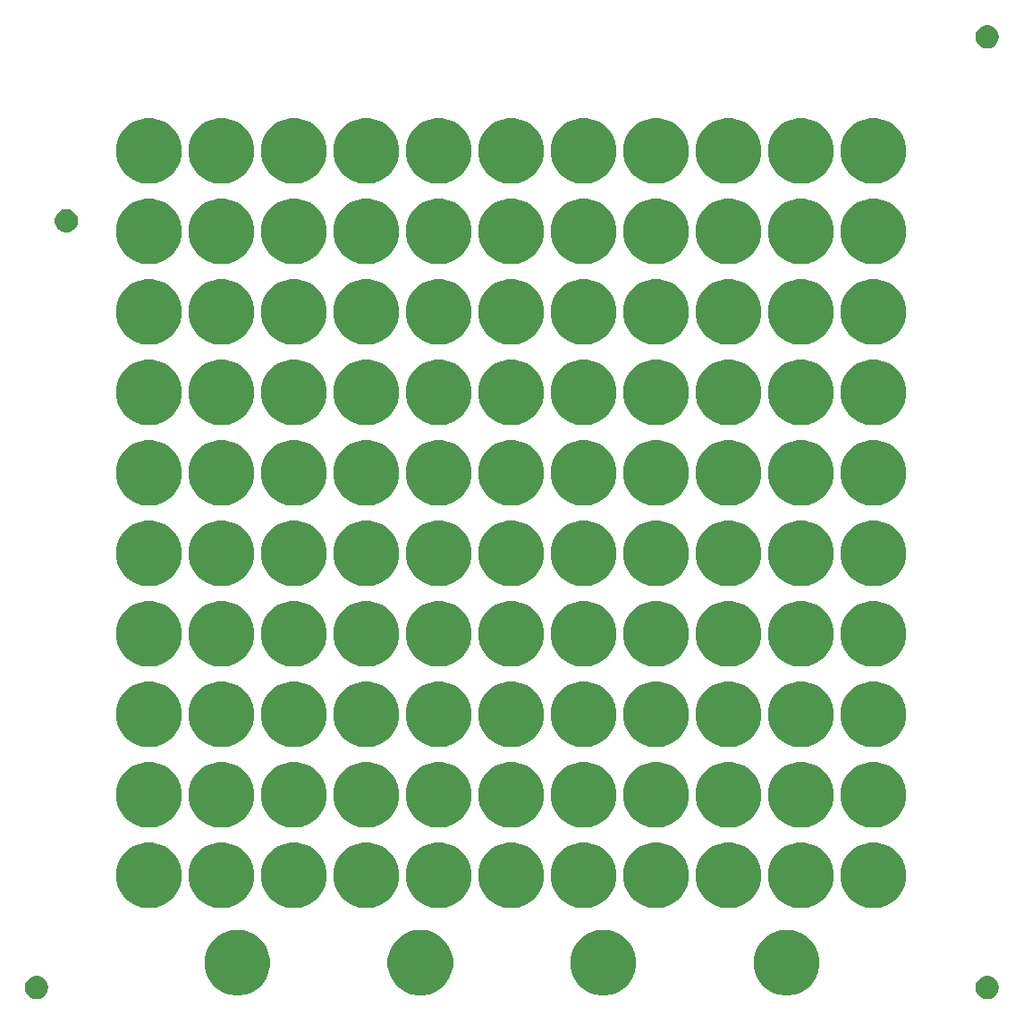
<source format=gbr>
G04 #@! TF.GenerationSoftware,KiCad,Pcbnew,(5.1.5)-2*
G04 #@! TF.CreationDate,2019-12-12T13:27:44-05:00*
G04 #@! TF.ProjectId,spacer,73706163-6572-42e6-9b69-6361645f7063,rev?*
G04 #@! TF.SameCoordinates,Original*
G04 #@! TF.FileFunction,Soldermask,Bot*
G04 #@! TF.FilePolarity,Negative*
%FSLAX46Y46*%
G04 Gerber Fmt 4.6, Leading zero omitted, Abs format (unit mm)*
G04 Created by KiCad (PCBNEW (5.1.5)-2) date 2019-12-12 13:27:44*
%MOMM*%
%LPD*%
G04 APERTURE LIST*
%ADD10C,0.100000*%
G04 APERTURE END LIST*
D10*
G36*
X95214795Y-93920156D02*
G01*
X95321150Y-93941311D01*
X95521520Y-94024307D01*
X95701844Y-94144795D01*
X95855205Y-94298156D01*
X95975693Y-94478480D01*
X95975693Y-94478481D01*
X96058689Y-94678850D01*
X96101000Y-94891561D01*
X96101000Y-95108439D01*
X96058689Y-95321150D01*
X96028898Y-95393071D01*
X95975693Y-95521520D01*
X95855205Y-95701844D01*
X95701844Y-95855205D01*
X95521520Y-95975693D01*
X95321150Y-96058689D01*
X95214794Y-96079845D01*
X95108440Y-96101000D01*
X94891560Y-96101000D01*
X94785206Y-96079845D01*
X94678850Y-96058689D01*
X94578666Y-96017191D01*
X94478480Y-95975693D01*
X94298156Y-95855205D01*
X94144795Y-95701844D01*
X94024307Y-95521520D01*
X93971102Y-95393071D01*
X93941311Y-95321150D01*
X93899000Y-95108439D01*
X93899000Y-94891561D01*
X93941311Y-94678850D01*
X94024307Y-94478481D01*
X94024307Y-94478480D01*
X94144795Y-94298156D01*
X94298156Y-94144795D01*
X94478480Y-94024307D01*
X94578666Y-93982809D01*
X94678850Y-93941311D01*
X94785205Y-93920156D01*
X94891560Y-93899000D01*
X95108440Y-93899000D01*
X95214795Y-93920156D01*
G37*
G36*
X5214795Y-93920156D02*
G01*
X5321150Y-93941311D01*
X5521520Y-94024307D01*
X5701844Y-94144795D01*
X5855205Y-94298156D01*
X5975693Y-94478480D01*
X5975693Y-94478481D01*
X6058689Y-94678850D01*
X6101000Y-94891561D01*
X6101000Y-95108439D01*
X6058689Y-95321150D01*
X6028898Y-95393071D01*
X5975693Y-95521520D01*
X5855205Y-95701844D01*
X5701844Y-95855205D01*
X5521520Y-95975693D01*
X5421334Y-96017191D01*
X5321150Y-96058689D01*
X5214794Y-96079845D01*
X5108440Y-96101000D01*
X4891560Y-96101000D01*
X4785206Y-96079845D01*
X4678850Y-96058689D01*
X4578666Y-96017191D01*
X4478480Y-95975693D01*
X4298156Y-95855205D01*
X4144795Y-95701844D01*
X4024307Y-95521520D01*
X3971102Y-95393071D01*
X3941311Y-95321150D01*
X3899000Y-95108439D01*
X3899000Y-94891561D01*
X3941311Y-94678850D01*
X4024307Y-94478481D01*
X4024307Y-94478480D01*
X4144795Y-94298156D01*
X4298156Y-94144795D01*
X4478480Y-94024307D01*
X4678850Y-93941311D01*
X4785205Y-93920156D01*
X4891560Y-93899000D01*
X5108440Y-93899000D01*
X5214795Y-93920156D01*
G37*
G36*
X76604975Y-89603585D02*
G01*
X76904528Y-89663170D01*
X77468874Y-89896930D01*
X77976772Y-90236296D01*
X78408704Y-90668228D01*
X78748070Y-91176126D01*
X78981830Y-91740472D01*
X79101000Y-92339578D01*
X79101000Y-92950422D01*
X78981830Y-93549528D01*
X78748070Y-94113874D01*
X78408704Y-94621772D01*
X77976772Y-95053704D01*
X77468874Y-95393070D01*
X76904528Y-95626830D01*
X76604975Y-95686415D01*
X76305423Y-95746000D01*
X75694577Y-95746000D01*
X75395025Y-95686415D01*
X75095472Y-95626830D01*
X74531126Y-95393070D01*
X74023228Y-95053704D01*
X73591296Y-94621772D01*
X73251930Y-94113874D01*
X73018170Y-93549528D01*
X72899000Y-92950422D01*
X72899000Y-92339578D01*
X73018170Y-91740472D01*
X73251930Y-91176126D01*
X73591296Y-90668228D01*
X74023228Y-90236296D01*
X74531126Y-89896930D01*
X75095472Y-89663170D01*
X75395025Y-89603585D01*
X75694577Y-89544000D01*
X76305423Y-89544000D01*
X76604975Y-89603585D01*
G37*
G36*
X24604975Y-89603585D02*
G01*
X24904528Y-89663170D01*
X25468874Y-89896930D01*
X25976772Y-90236296D01*
X26408704Y-90668228D01*
X26748070Y-91176126D01*
X26981830Y-91740472D01*
X27101000Y-92339578D01*
X27101000Y-92950422D01*
X26981830Y-93549528D01*
X26748070Y-94113874D01*
X26408704Y-94621772D01*
X25976772Y-95053704D01*
X25468874Y-95393070D01*
X24904528Y-95626830D01*
X24604975Y-95686415D01*
X24305423Y-95746000D01*
X23694577Y-95746000D01*
X23395025Y-95686415D01*
X23095472Y-95626830D01*
X22531126Y-95393070D01*
X22023228Y-95053704D01*
X21591296Y-94621772D01*
X21251930Y-94113874D01*
X21018170Y-93549528D01*
X20899000Y-92950422D01*
X20899000Y-92339578D01*
X21018170Y-91740472D01*
X21251930Y-91176126D01*
X21591296Y-90668228D01*
X22023228Y-90236296D01*
X22531126Y-89896930D01*
X23095472Y-89663170D01*
X23395025Y-89603585D01*
X23694577Y-89544000D01*
X24305423Y-89544000D01*
X24604975Y-89603585D01*
G37*
G36*
X41938308Y-89603585D02*
G01*
X42237861Y-89663170D01*
X42802207Y-89896930D01*
X43310105Y-90236296D01*
X43742037Y-90668228D01*
X44081403Y-91176126D01*
X44315163Y-91740472D01*
X44434333Y-92339578D01*
X44434333Y-92950422D01*
X44315163Y-93549528D01*
X44081403Y-94113874D01*
X43742037Y-94621772D01*
X43310105Y-95053704D01*
X42802207Y-95393070D01*
X42237861Y-95626830D01*
X41938308Y-95686415D01*
X41638756Y-95746000D01*
X41027910Y-95746000D01*
X40728358Y-95686415D01*
X40428805Y-95626830D01*
X39864459Y-95393070D01*
X39356561Y-95053704D01*
X38924629Y-94621772D01*
X38585263Y-94113874D01*
X38351503Y-93549528D01*
X38232333Y-92950422D01*
X38232333Y-92339578D01*
X38351503Y-91740472D01*
X38585263Y-91176126D01*
X38924629Y-90668228D01*
X39356561Y-90236296D01*
X39864459Y-89896930D01*
X40428805Y-89663170D01*
X40728358Y-89603585D01*
X41027910Y-89544000D01*
X41638756Y-89544000D01*
X41938308Y-89603585D01*
G37*
G36*
X59271641Y-89603585D02*
G01*
X59571194Y-89663170D01*
X60135540Y-89896930D01*
X60643438Y-90236296D01*
X61075370Y-90668228D01*
X61414736Y-91176126D01*
X61648496Y-91740472D01*
X61767666Y-92339578D01*
X61767666Y-92950422D01*
X61648496Y-93549528D01*
X61414736Y-94113874D01*
X61075370Y-94621772D01*
X60643438Y-95053704D01*
X60135540Y-95393070D01*
X59571194Y-95626830D01*
X59271641Y-95686415D01*
X58972089Y-95746000D01*
X58361243Y-95746000D01*
X58061691Y-95686415D01*
X57762138Y-95626830D01*
X57197792Y-95393070D01*
X56689894Y-95053704D01*
X56257962Y-94621772D01*
X55918596Y-94113874D01*
X55684836Y-93549528D01*
X55565666Y-92950422D01*
X55565666Y-92339578D01*
X55684836Y-91740472D01*
X55918596Y-91176126D01*
X56257962Y-90668228D01*
X56689894Y-90236296D01*
X57197792Y-89896930D01*
X57762138Y-89663170D01*
X58061691Y-89603585D01*
X58361243Y-89544000D01*
X58972089Y-89544000D01*
X59271641Y-89603585D01*
G37*
G36*
X50532175Y-81348585D02*
G01*
X50831728Y-81408170D01*
X51396074Y-81641930D01*
X51903972Y-81981296D01*
X52335904Y-82413228D01*
X52675270Y-82921126D01*
X52909030Y-83485472D01*
X53028200Y-84084578D01*
X53028200Y-84695422D01*
X52909030Y-85294528D01*
X52675270Y-85858874D01*
X52335904Y-86366772D01*
X51903972Y-86798704D01*
X51396074Y-87138070D01*
X50831728Y-87371830D01*
X50532175Y-87431415D01*
X50232623Y-87491000D01*
X49621777Y-87491000D01*
X49322225Y-87431415D01*
X49022672Y-87371830D01*
X48458326Y-87138070D01*
X47950428Y-86798704D01*
X47518496Y-86366772D01*
X47179130Y-85858874D01*
X46945370Y-85294528D01*
X46826200Y-84695422D01*
X46826200Y-84084578D01*
X46945370Y-83485472D01*
X47179130Y-82921126D01*
X47518496Y-82413228D01*
X47950428Y-81981296D01*
X48458326Y-81641930D01*
X49022672Y-81408170D01*
X49322225Y-81348585D01*
X49621777Y-81289000D01*
X50232623Y-81289000D01*
X50532175Y-81348585D01*
G37*
G36*
X16242175Y-81348585D02*
G01*
X16541728Y-81408170D01*
X17106074Y-81641930D01*
X17613972Y-81981296D01*
X18045904Y-82413228D01*
X18385270Y-82921126D01*
X18619030Y-83485472D01*
X18738200Y-84084578D01*
X18738200Y-84695422D01*
X18619030Y-85294528D01*
X18385270Y-85858874D01*
X18045904Y-86366772D01*
X17613972Y-86798704D01*
X17106074Y-87138070D01*
X16541728Y-87371830D01*
X16242175Y-87431415D01*
X15942623Y-87491000D01*
X15331777Y-87491000D01*
X15032225Y-87431415D01*
X14732672Y-87371830D01*
X14168326Y-87138070D01*
X13660428Y-86798704D01*
X13228496Y-86366772D01*
X12889130Y-85858874D01*
X12655370Y-85294528D01*
X12536200Y-84695422D01*
X12536200Y-84084578D01*
X12655370Y-83485472D01*
X12889130Y-82921126D01*
X13228496Y-82413228D01*
X13660428Y-81981296D01*
X14168326Y-81641930D01*
X14732672Y-81408170D01*
X15032225Y-81348585D01*
X15331777Y-81289000D01*
X15942623Y-81289000D01*
X16242175Y-81348585D01*
G37*
G36*
X23100175Y-81348585D02*
G01*
X23399728Y-81408170D01*
X23964074Y-81641930D01*
X24471972Y-81981296D01*
X24903904Y-82413228D01*
X25243270Y-82921126D01*
X25477030Y-83485472D01*
X25596200Y-84084578D01*
X25596200Y-84695422D01*
X25477030Y-85294528D01*
X25243270Y-85858874D01*
X24903904Y-86366772D01*
X24471972Y-86798704D01*
X23964074Y-87138070D01*
X23399728Y-87371830D01*
X23100175Y-87431415D01*
X22800623Y-87491000D01*
X22189777Y-87491000D01*
X21890225Y-87431415D01*
X21590672Y-87371830D01*
X21026326Y-87138070D01*
X20518428Y-86798704D01*
X20086496Y-86366772D01*
X19747130Y-85858874D01*
X19513370Y-85294528D01*
X19394200Y-84695422D01*
X19394200Y-84084578D01*
X19513370Y-83485472D01*
X19747130Y-82921126D01*
X20086496Y-82413228D01*
X20518428Y-81981296D01*
X21026326Y-81641930D01*
X21590672Y-81408170D01*
X21890225Y-81348585D01*
X22189777Y-81289000D01*
X22800623Y-81289000D01*
X23100175Y-81348585D01*
G37*
G36*
X29958175Y-81348585D02*
G01*
X30257728Y-81408170D01*
X30822074Y-81641930D01*
X31329972Y-81981296D01*
X31761904Y-82413228D01*
X32101270Y-82921126D01*
X32335030Y-83485472D01*
X32454200Y-84084578D01*
X32454200Y-84695422D01*
X32335030Y-85294528D01*
X32101270Y-85858874D01*
X31761904Y-86366772D01*
X31329972Y-86798704D01*
X30822074Y-87138070D01*
X30257728Y-87371830D01*
X29958175Y-87431415D01*
X29658623Y-87491000D01*
X29047777Y-87491000D01*
X28748225Y-87431415D01*
X28448672Y-87371830D01*
X27884326Y-87138070D01*
X27376428Y-86798704D01*
X26944496Y-86366772D01*
X26605130Y-85858874D01*
X26371370Y-85294528D01*
X26252200Y-84695422D01*
X26252200Y-84084578D01*
X26371370Y-83485472D01*
X26605130Y-82921126D01*
X26944496Y-82413228D01*
X27376428Y-81981296D01*
X27884326Y-81641930D01*
X28448672Y-81408170D01*
X28748225Y-81348585D01*
X29047777Y-81289000D01*
X29658623Y-81289000D01*
X29958175Y-81348585D01*
G37*
G36*
X36816175Y-81348585D02*
G01*
X37115728Y-81408170D01*
X37680074Y-81641930D01*
X38187972Y-81981296D01*
X38619904Y-82413228D01*
X38959270Y-82921126D01*
X39193030Y-83485472D01*
X39312200Y-84084578D01*
X39312200Y-84695422D01*
X39193030Y-85294528D01*
X38959270Y-85858874D01*
X38619904Y-86366772D01*
X38187972Y-86798704D01*
X37680074Y-87138070D01*
X37115728Y-87371830D01*
X36816175Y-87431415D01*
X36516623Y-87491000D01*
X35905777Y-87491000D01*
X35606225Y-87431415D01*
X35306672Y-87371830D01*
X34742326Y-87138070D01*
X34234428Y-86798704D01*
X33802496Y-86366772D01*
X33463130Y-85858874D01*
X33229370Y-85294528D01*
X33110200Y-84695422D01*
X33110200Y-84084578D01*
X33229370Y-83485472D01*
X33463130Y-82921126D01*
X33802496Y-82413228D01*
X34234428Y-81981296D01*
X34742326Y-81641930D01*
X35306672Y-81408170D01*
X35606225Y-81348585D01*
X35905777Y-81289000D01*
X36516623Y-81289000D01*
X36816175Y-81348585D01*
G37*
G36*
X43674175Y-81348585D02*
G01*
X43973728Y-81408170D01*
X44538074Y-81641930D01*
X45045972Y-81981296D01*
X45477904Y-82413228D01*
X45817270Y-82921126D01*
X46051030Y-83485472D01*
X46170200Y-84084578D01*
X46170200Y-84695422D01*
X46051030Y-85294528D01*
X45817270Y-85858874D01*
X45477904Y-86366772D01*
X45045972Y-86798704D01*
X44538074Y-87138070D01*
X43973728Y-87371830D01*
X43674175Y-87431415D01*
X43374623Y-87491000D01*
X42763777Y-87491000D01*
X42464225Y-87431415D01*
X42164672Y-87371830D01*
X41600326Y-87138070D01*
X41092428Y-86798704D01*
X40660496Y-86366772D01*
X40321130Y-85858874D01*
X40087370Y-85294528D01*
X39968200Y-84695422D01*
X39968200Y-84084578D01*
X40087370Y-83485472D01*
X40321130Y-82921126D01*
X40660496Y-82413228D01*
X41092428Y-81981296D01*
X41600326Y-81641930D01*
X42164672Y-81408170D01*
X42464225Y-81348585D01*
X42763777Y-81289000D01*
X43374623Y-81289000D01*
X43674175Y-81348585D01*
G37*
G36*
X57390175Y-81348585D02*
G01*
X57689728Y-81408170D01*
X58254074Y-81641930D01*
X58761972Y-81981296D01*
X59193904Y-82413228D01*
X59533270Y-82921126D01*
X59767030Y-83485472D01*
X59886200Y-84084578D01*
X59886200Y-84695422D01*
X59767030Y-85294528D01*
X59533270Y-85858874D01*
X59193904Y-86366772D01*
X58761972Y-86798704D01*
X58254074Y-87138070D01*
X57689728Y-87371830D01*
X57390175Y-87431415D01*
X57090623Y-87491000D01*
X56479777Y-87491000D01*
X56180225Y-87431415D01*
X55880672Y-87371830D01*
X55316326Y-87138070D01*
X54808428Y-86798704D01*
X54376496Y-86366772D01*
X54037130Y-85858874D01*
X53803370Y-85294528D01*
X53684200Y-84695422D01*
X53684200Y-84084578D01*
X53803370Y-83485472D01*
X54037130Y-82921126D01*
X54376496Y-82413228D01*
X54808428Y-81981296D01*
X55316326Y-81641930D01*
X55880672Y-81408170D01*
X56180225Y-81348585D01*
X56479777Y-81289000D01*
X57090623Y-81289000D01*
X57390175Y-81348585D01*
G37*
G36*
X71106175Y-81348585D02*
G01*
X71405728Y-81408170D01*
X71970074Y-81641930D01*
X72477972Y-81981296D01*
X72909904Y-82413228D01*
X73249270Y-82921126D01*
X73483030Y-83485472D01*
X73602200Y-84084578D01*
X73602200Y-84695422D01*
X73483030Y-85294528D01*
X73249270Y-85858874D01*
X72909904Y-86366772D01*
X72477972Y-86798704D01*
X71970074Y-87138070D01*
X71405728Y-87371830D01*
X71106175Y-87431415D01*
X70806623Y-87491000D01*
X70195777Y-87491000D01*
X69896225Y-87431415D01*
X69596672Y-87371830D01*
X69032326Y-87138070D01*
X68524428Y-86798704D01*
X68092496Y-86366772D01*
X67753130Y-85858874D01*
X67519370Y-85294528D01*
X67400200Y-84695422D01*
X67400200Y-84084578D01*
X67519370Y-83485472D01*
X67753130Y-82921126D01*
X68092496Y-82413228D01*
X68524428Y-81981296D01*
X69032326Y-81641930D01*
X69596672Y-81408170D01*
X69896225Y-81348585D01*
X70195777Y-81289000D01*
X70806623Y-81289000D01*
X71106175Y-81348585D01*
G37*
G36*
X84822175Y-81348585D02*
G01*
X85121728Y-81408170D01*
X85686074Y-81641930D01*
X86193972Y-81981296D01*
X86625904Y-82413228D01*
X86965270Y-82921126D01*
X87199030Y-83485472D01*
X87318200Y-84084578D01*
X87318200Y-84695422D01*
X87199030Y-85294528D01*
X86965270Y-85858874D01*
X86625904Y-86366772D01*
X86193972Y-86798704D01*
X85686074Y-87138070D01*
X85121728Y-87371830D01*
X84822175Y-87431415D01*
X84522623Y-87491000D01*
X83911777Y-87491000D01*
X83612225Y-87431415D01*
X83312672Y-87371830D01*
X82748326Y-87138070D01*
X82240428Y-86798704D01*
X81808496Y-86366772D01*
X81469130Y-85858874D01*
X81235370Y-85294528D01*
X81116200Y-84695422D01*
X81116200Y-84084578D01*
X81235370Y-83485472D01*
X81469130Y-82921126D01*
X81808496Y-82413228D01*
X82240428Y-81981296D01*
X82748326Y-81641930D01*
X83312672Y-81408170D01*
X83612225Y-81348585D01*
X83911777Y-81289000D01*
X84522623Y-81289000D01*
X84822175Y-81348585D01*
G37*
G36*
X64248175Y-81348585D02*
G01*
X64547728Y-81408170D01*
X65112074Y-81641930D01*
X65619972Y-81981296D01*
X66051904Y-82413228D01*
X66391270Y-82921126D01*
X66625030Y-83485472D01*
X66744200Y-84084578D01*
X66744200Y-84695422D01*
X66625030Y-85294528D01*
X66391270Y-85858874D01*
X66051904Y-86366772D01*
X65619972Y-86798704D01*
X65112074Y-87138070D01*
X64547728Y-87371830D01*
X64248175Y-87431415D01*
X63948623Y-87491000D01*
X63337777Y-87491000D01*
X63038225Y-87431415D01*
X62738672Y-87371830D01*
X62174326Y-87138070D01*
X61666428Y-86798704D01*
X61234496Y-86366772D01*
X60895130Y-85858874D01*
X60661370Y-85294528D01*
X60542200Y-84695422D01*
X60542200Y-84084578D01*
X60661370Y-83485472D01*
X60895130Y-82921126D01*
X61234496Y-82413228D01*
X61666428Y-81981296D01*
X62174326Y-81641930D01*
X62738672Y-81408170D01*
X63038225Y-81348585D01*
X63337777Y-81289000D01*
X63948623Y-81289000D01*
X64248175Y-81348585D01*
G37*
G36*
X77964175Y-81348585D02*
G01*
X78263728Y-81408170D01*
X78828074Y-81641930D01*
X79335972Y-81981296D01*
X79767904Y-82413228D01*
X80107270Y-82921126D01*
X80341030Y-83485472D01*
X80460200Y-84084578D01*
X80460200Y-84695422D01*
X80341030Y-85294528D01*
X80107270Y-85858874D01*
X79767904Y-86366772D01*
X79335972Y-86798704D01*
X78828074Y-87138070D01*
X78263728Y-87371830D01*
X77964175Y-87431415D01*
X77664623Y-87491000D01*
X77053777Y-87491000D01*
X76754225Y-87431415D01*
X76454672Y-87371830D01*
X75890326Y-87138070D01*
X75382428Y-86798704D01*
X74950496Y-86366772D01*
X74611130Y-85858874D01*
X74377370Y-85294528D01*
X74258200Y-84695422D01*
X74258200Y-84084578D01*
X74377370Y-83485472D01*
X74611130Y-82921126D01*
X74950496Y-82413228D01*
X75382428Y-81981296D01*
X75890326Y-81641930D01*
X76454672Y-81408170D01*
X76754225Y-81348585D01*
X77053777Y-81289000D01*
X77664623Y-81289000D01*
X77964175Y-81348585D01*
G37*
G36*
X23100175Y-73728585D02*
G01*
X23399728Y-73788170D01*
X23964074Y-74021930D01*
X24471972Y-74361296D01*
X24903904Y-74793228D01*
X25243270Y-75301126D01*
X25477030Y-75865472D01*
X25596200Y-76464578D01*
X25596200Y-77075422D01*
X25477030Y-77674528D01*
X25243270Y-78238874D01*
X24903904Y-78746772D01*
X24471972Y-79178704D01*
X23964074Y-79518070D01*
X23399728Y-79751830D01*
X23100175Y-79811415D01*
X22800623Y-79871000D01*
X22189777Y-79871000D01*
X21890225Y-79811415D01*
X21590672Y-79751830D01*
X21026326Y-79518070D01*
X20518428Y-79178704D01*
X20086496Y-78746772D01*
X19747130Y-78238874D01*
X19513370Y-77674528D01*
X19394200Y-77075422D01*
X19394200Y-76464578D01*
X19513370Y-75865472D01*
X19747130Y-75301126D01*
X20086496Y-74793228D01*
X20518428Y-74361296D01*
X21026326Y-74021930D01*
X21590672Y-73788170D01*
X21890225Y-73728585D01*
X22189777Y-73669000D01*
X22800623Y-73669000D01*
X23100175Y-73728585D01*
G37*
G36*
X16242175Y-73728585D02*
G01*
X16541728Y-73788170D01*
X17106074Y-74021930D01*
X17613972Y-74361296D01*
X18045904Y-74793228D01*
X18385270Y-75301126D01*
X18619030Y-75865472D01*
X18738200Y-76464578D01*
X18738200Y-77075422D01*
X18619030Y-77674528D01*
X18385270Y-78238874D01*
X18045904Y-78746772D01*
X17613972Y-79178704D01*
X17106074Y-79518070D01*
X16541728Y-79751830D01*
X16242175Y-79811415D01*
X15942623Y-79871000D01*
X15331777Y-79871000D01*
X15032225Y-79811415D01*
X14732672Y-79751830D01*
X14168326Y-79518070D01*
X13660428Y-79178704D01*
X13228496Y-78746772D01*
X12889130Y-78238874D01*
X12655370Y-77674528D01*
X12536200Y-77075422D01*
X12536200Y-76464578D01*
X12655370Y-75865472D01*
X12889130Y-75301126D01*
X13228496Y-74793228D01*
X13660428Y-74361296D01*
X14168326Y-74021930D01*
X14732672Y-73788170D01*
X15032225Y-73728585D01*
X15331777Y-73669000D01*
X15942623Y-73669000D01*
X16242175Y-73728585D01*
G37*
G36*
X84822175Y-73728585D02*
G01*
X85121728Y-73788170D01*
X85686074Y-74021930D01*
X86193972Y-74361296D01*
X86625904Y-74793228D01*
X86965270Y-75301126D01*
X87199030Y-75865472D01*
X87318200Y-76464578D01*
X87318200Y-77075422D01*
X87199030Y-77674528D01*
X86965270Y-78238874D01*
X86625904Y-78746772D01*
X86193972Y-79178704D01*
X85686074Y-79518070D01*
X85121728Y-79751830D01*
X84822175Y-79811415D01*
X84522623Y-79871000D01*
X83911777Y-79871000D01*
X83612225Y-79811415D01*
X83312672Y-79751830D01*
X82748326Y-79518070D01*
X82240428Y-79178704D01*
X81808496Y-78746772D01*
X81469130Y-78238874D01*
X81235370Y-77674528D01*
X81116200Y-77075422D01*
X81116200Y-76464578D01*
X81235370Y-75865472D01*
X81469130Y-75301126D01*
X81808496Y-74793228D01*
X82240428Y-74361296D01*
X82748326Y-74021930D01*
X83312672Y-73788170D01*
X83612225Y-73728585D01*
X83911777Y-73669000D01*
X84522623Y-73669000D01*
X84822175Y-73728585D01*
G37*
G36*
X77964175Y-73728585D02*
G01*
X78263728Y-73788170D01*
X78828074Y-74021930D01*
X79335972Y-74361296D01*
X79767904Y-74793228D01*
X80107270Y-75301126D01*
X80341030Y-75865472D01*
X80460200Y-76464578D01*
X80460200Y-77075422D01*
X80341030Y-77674528D01*
X80107270Y-78238874D01*
X79767904Y-78746772D01*
X79335972Y-79178704D01*
X78828074Y-79518070D01*
X78263728Y-79751830D01*
X77964175Y-79811415D01*
X77664623Y-79871000D01*
X77053777Y-79871000D01*
X76754225Y-79811415D01*
X76454672Y-79751830D01*
X75890326Y-79518070D01*
X75382428Y-79178704D01*
X74950496Y-78746772D01*
X74611130Y-78238874D01*
X74377370Y-77674528D01*
X74258200Y-77075422D01*
X74258200Y-76464578D01*
X74377370Y-75865472D01*
X74611130Y-75301126D01*
X74950496Y-74793228D01*
X75382428Y-74361296D01*
X75890326Y-74021930D01*
X76454672Y-73788170D01*
X76754225Y-73728585D01*
X77053777Y-73669000D01*
X77664623Y-73669000D01*
X77964175Y-73728585D01*
G37*
G36*
X71106175Y-73728585D02*
G01*
X71405728Y-73788170D01*
X71970074Y-74021930D01*
X72477972Y-74361296D01*
X72909904Y-74793228D01*
X73249270Y-75301126D01*
X73483030Y-75865472D01*
X73602200Y-76464578D01*
X73602200Y-77075422D01*
X73483030Y-77674528D01*
X73249270Y-78238874D01*
X72909904Y-78746772D01*
X72477972Y-79178704D01*
X71970074Y-79518070D01*
X71405728Y-79751830D01*
X71106175Y-79811415D01*
X70806623Y-79871000D01*
X70195777Y-79871000D01*
X69896225Y-79811415D01*
X69596672Y-79751830D01*
X69032326Y-79518070D01*
X68524428Y-79178704D01*
X68092496Y-78746772D01*
X67753130Y-78238874D01*
X67519370Y-77674528D01*
X67400200Y-77075422D01*
X67400200Y-76464578D01*
X67519370Y-75865472D01*
X67753130Y-75301126D01*
X68092496Y-74793228D01*
X68524428Y-74361296D01*
X69032326Y-74021930D01*
X69596672Y-73788170D01*
X69896225Y-73728585D01*
X70195777Y-73669000D01*
X70806623Y-73669000D01*
X71106175Y-73728585D01*
G37*
G36*
X57390175Y-73728585D02*
G01*
X57689728Y-73788170D01*
X58254074Y-74021930D01*
X58761972Y-74361296D01*
X59193904Y-74793228D01*
X59533270Y-75301126D01*
X59767030Y-75865472D01*
X59886200Y-76464578D01*
X59886200Y-77075422D01*
X59767030Y-77674528D01*
X59533270Y-78238874D01*
X59193904Y-78746772D01*
X58761972Y-79178704D01*
X58254074Y-79518070D01*
X57689728Y-79751830D01*
X57390175Y-79811415D01*
X57090623Y-79871000D01*
X56479777Y-79871000D01*
X56180225Y-79811415D01*
X55880672Y-79751830D01*
X55316326Y-79518070D01*
X54808428Y-79178704D01*
X54376496Y-78746772D01*
X54037130Y-78238874D01*
X53803370Y-77674528D01*
X53684200Y-77075422D01*
X53684200Y-76464578D01*
X53803370Y-75865472D01*
X54037130Y-75301126D01*
X54376496Y-74793228D01*
X54808428Y-74361296D01*
X55316326Y-74021930D01*
X55880672Y-73788170D01*
X56180225Y-73728585D01*
X56479777Y-73669000D01*
X57090623Y-73669000D01*
X57390175Y-73728585D01*
G37*
G36*
X50532175Y-73728585D02*
G01*
X50831728Y-73788170D01*
X51396074Y-74021930D01*
X51903972Y-74361296D01*
X52335904Y-74793228D01*
X52675270Y-75301126D01*
X52909030Y-75865472D01*
X53028200Y-76464578D01*
X53028200Y-77075422D01*
X52909030Y-77674528D01*
X52675270Y-78238874D01*
X52335904Y-78746772D01*
X51903972Y-79178704D01*
X51396074Y-79518070D01*
X50831728Y-79751830D01*
X50532175Y-79811415D01*
X50232623Y-79871000D01*
X49621777Y-79871000D01*
X49322225Y-79811415D01*
X49022672Y-79751830D01*
X48458326Y-79518070D01*
X47950428Y-79178704D01*
X47518496Y-78746772D01*
X47179130Y-78238874D01*
X46945370Y-77674528D01*
X46826200Y-77075422D01*
X46826200Y-76464578D01*
X46945370Y-75865472D01*
X47179130Y-75301126D01*
X47518496Y-74793228D01*
X47950428Y-74361296D01*
X48458326Y-74021930D01*
X49022672Y-73788170D01*
X49322225Y-73728585D01*
X49621777Y-73669000D01*
X50232623Y-73669000D01*
X50532175Y-73728585D01*
G37*
G36*
X36816175Y-73728585D02*
G01*
X37115728Y-73788170D01*
X37680074Y-74021930D01*
X38187972Y-74361296D01*
X38619904Y-74793228D01*
X38959270Y-75301126D01*
X39193030Y-75865472D01*
X39312200Y-76464578D01*
X39312200Y-77075422D01*
X39193030Y-77674528D01*
X38959270Y-78238874D01*
X38619904Y-78746772D01*
X38187972Y-79178704D01*
X37680074Y-79518070D01*
X37115728Y-79751830D01*
X36816175Y-79811415D01*
X36516623Y-79871000D01*
X35905777Y-79871000D01*
X35606225Y-79811415D01*
X35306672Y-79751830D01*
X34742326Y-79518070D01*
X34234428Y-79178704D01*
X33802496Y-78746772D01*
X33463130Y-78238874D01*
X33229370Y-77674528D01*
X33110200Y-77075422D01*
X33110200Y-76464578D01*
X33229370Y-75865472D01*
X33463130Y-75301126D01*
X33802496Y-74793228D01*
X34234428Y-74361296D01*
X34742326Y-74021930D01*
X35306672Y-73788170D01*
X35606225Y-73728585D01*
X35905777Y-73669000D01*
X36516623Y-73669000D01*
X36816175Y-73728585D01*
G37*
G36*
X43674175Y-73728585D02*
G01*
X43973728Y-73788170D01*
X44538074Y-74021930D01*
X45045972Y-74361296D01*
X45477904Y-74793228D01*
X45817270Y-75301126D01*
X46051030Y-75865472D01*
X46170200Y-76464578D01*
X46170200Y-77075422D01*
X46051030Y-77674528D01*
X45817270Y-78238874D01*
X45477904Y-78746772D01*
X45045972Y-79178704D01*
X44538074Y-79518070D01*
X43973728Y-79751830D01*
X43674175Y-79811415D01*
X43374623Y-79871000D01*
X42763777Y-79871000D01*
X42464225Y-79811415D01*
X42164672Y-79751830D01*
X41600326Y-79518070D01*
X41092428Y-79178704D01*
X40660496Y-78746772D01*
X40321130Y-78238874D01*
X40087370Y-77674528D01*
X39968200Y-77075422D01*
X39968200Y-76464578D01*
X40087370Y-75865472D01*
X40321130Y-75301126D01*
X40660496Y-74793228D01*
X41092428Y-74361296D01*
X41600326Y-74021930D01*
X42164672Y-73788170D01*
X42464225Y-73728585D01*
X42763777Y-73669000D01*
X43374623Y-73669000D01*
X43674175Y-73728585D01*
G37*
G36*
X29958175Y-73728585D02*
G01*
X30257728Y-73788170D01*
X30822074Y-74021930D01*
X31329972Y-74361296D01*
X31761904Y-74793228D01*
X32101270Y-75301126D01*
X32335030Y-75865472D01*
X32454200Y-76464578D01*
X32454200Y-77075422D01*
X32335030Y-77674528D01*
X32101270Y-78238874D01*
X31761904Y-78746772D01*
X31329972Y-79178704D01*
X30822074Y-79518070D01*
X30257728Y-79751830D01*
X29958175Y-79811415D01*
X29658623Y-79871000D01*
X29047777Y-79871000D01*
X28748225Y-79811415D01*
X28448672Y-79751830D01*
X27884326Y-79518070D01*
X27376428Y-79178704D01*
X26944496Y-78746772D01*
X26605130Y-78238874D01*
X26371370Y-77674528D01*
X26252200Y-77075422D01*
X26252200Y-76464578D01*
X26371370Y-75865472D01*
X26605130Y-75301126D01*
X26944496Y-74793228D01*
X27376428Y-74361296D01*
X27884326Y-74021930D01*
X28448672Y-73788170D01*
X28748225Y-73728585D01*
X29047777Y-73669000D01*
X29658623Y-73669000D01*
X29958175Y-73728585D01*
G37*
G36*
X64248175Y-73728585D02*
G01*
X64547728Y-73788170D01*
X65112074Y-74021930D01*
X65619972Y-74361296D01*
X66051904Y-74793228D01*
X66391270Y-75301126D01*
X66625030Y-75865472D01*
X66744200Y-76464578D01*
X66744200Y-77075422D01*
X66625030Y-77674528D01*
X66391270Y-78238874D01*
X66051904Y-78746772D01*
X65619972Y-79178704D01*
X65112074Y-79518070D01*
X64547728Y-79751830D01*
X64248175Y-79811415D01*
X63948623Y-79871000D01*
X63337777Y-79871000D01*
X63038225Y-79811415D01*
X62738672Y-79751830D01*
X62174326Y-79518070D01*
X61666428Y-79178704D01*
X61234496Y-78746772D01*
X60895130Y-78238874D01*
X60661370Y-77674528D01*
X60542200Y-77075422D01*
X60542200Y-76464578D01*
X60661370Y-75865472D01*
X60895130Y-75301126D01*
X61234496Y-74793228D01*
X61666428Y-74361296D01*
X62174326Y-74021930D01*
X62738672Y-73788170D01*
X63038225Y-73728585D01*
X63337777Y-73669000D01*
X63948623Y-73669000D01*
X64248175Y-73728585D01*
G37*
G36*
X84822175Y-66108585D02*
G01*
X85121728Y-66168170D01*
X85686074Y-66401930D01*
X86193972Y-66741296D01*
X86625904Y-67173228D01*
X86965270Y-67681126D01*
X87199030Y-68245472D01*
X87318200Y-68844578D01*
X87318200Y-69455422D01*
X87199030Y-70054528D01*
X86965270Y-70618874D01*
X86625904Y-71126772D01*
X86193972Y-71558704D01*
X85686074Y-71898070D01*
X85121728Y-72131830D01*
X84822175Y-72191415D01*
X84522623Y-72251000D01*
X83911777Y-72251000D01*
X83612225Y-72191415D01*
X83312672Y-72131830D01*
X82748326Y-71898070D01*
X82240428Y-71558704D01*
X81808496Y-71126772D01*
X81469130Y-70618874D01*
X81235370Y-70054528D01*
X81116200Y-69455422D01*
X81116200Y-68844578D01*
X81235370Y-68245472D01*
X81469130Y-67681126D01*
X81808496Y-67173228D01*
X82240428Y-66741296D01*
X82748326Y-66401930D01*
X83312672Y-66168170D01*
X83612225Y-66108585D01*
X83911777Y-66049000D01*
X84522623Y-66049000D01*
X84822175Y-66108585D01*
G37*
G36*
X77964175Y-66108585D02*
G01*
X78263728Y-66168170D01*
X78828074Y-66401930D01*
X79335972Y-66741296D01*
X79767904Y-67173228D01*
X80107270Y-67681126D01*
X80341030Y-68245472D01*
X80460200Y-68844578D01*
X80460200Y-69455422D01*
X80341030Y-70054528D01*
X80107270Y-70618874D01*
X79767904Y-71126772D01*
X79335972Y-71558704D01*
X78828074Y-71898070D01*
X78263728Y-72131830D01*
X77964175Y-72191415D01*
X77664623Y-72251000D01*
X77053777Y-72251000D01*
X76754225Y-72191415D01*
X76454672Y-72131830D01*
X75890326Y-71898070D01*
X75382428Y-71558704D01*
X74950496Y-71126772D01*
X74611130Y-70618874D01*
X74377370Y-70054528D01*
X74258200Y-69455422D01*
X74258200Y-68844578D01*
X74377370Y-68245472D01*
X74611130Y-67681126D01*
X74950496Y-67173228D01*
X75382428Y-66741296D01*
X75890326Y-66401930D01*
X76454672Y-66168170D01*
X76754225Y-66108585D01*
X77053777Y-66049000D01*
X77664623Y-66049000D01*
X77964175Y-66108585D01*
G37*
G36*
X71106175Y-66108585D02*
G01*
X71405728Y-66168170D01*
X71970074Y-66401930D01*
X72477972Y-66741296D01*
X72909904Y-67173228D01*
X73249270Y-67681126D01*
X73483030Y-68245472D01*
X73602200Y-68844578D01*
X73602200Y-69455422D01*
X73483030Y-70054528D01*
X73249270Y-70618874D01*
X72909904Y-71126772D01*
X72477972Y-71558704D01*
X71970074Y-71898070D01*
X71405728Y-72131830D01*
X71106175Y-72191415D01*
X70806623Y-72251000D01*
X70195777Y-72251000D01*
X69896225Y-72191415D01*
X69596672Y-72131830D01*
X69032326Y-71898070D01*
X68524428Y-71558704D01*
X68092496Y-71126772D01*
X67753130Y-70618874D01*
X67519370Y-70054528D01*
X67400200Y-69455422D01*
X67400200Y-68844578D01*
X67519370Y-68245472D01*
X67753130Y-67681126D01*
X68092496Y-67173228D01*
X68524428Y-66741296D01*
X69032326Y-66401930D01*
X69596672Y-66168170D01*
X69896225Y-66108585D01*
X70195777Y-66049000D01*
X70806623Y-66049000D01*
X71106175Y-66108585D01*
G37*
G36*
X64248175Y-66108585D02*
G01*
X64547728Y-66168170D01*
X65112074Y-66401930D01*
X65619972Y-66741296D01*
X66051904Y-67173228D01*
X66391270Y-67681126D01*
X66625030Y-68245472D01*
X66744200Y-68844578D01*
X66744200Y-69455422D01*
X66625030Y-70054528D01*
X66391270Y-70618874D01*
X66051904Y-71126772D01*
X65619972Y-71558704D01*
X65112074Y-71898070D01*
X64547728Y-72131830D01*
X64248175Y-72191415D01*
X63948623Y-72251000D01*
X63337777Y-72251000D01*
X63038225Y-72191415D01*
X62738672Y-72131830D01*
X62174326Y-71898070D01*
X61666428Y-71558704D01*
X61234496Y-71126772D01*
X60895130Y-70618874D01*
X60661370Y-70054528D01*
X60542200Y-69455422D01*
X60542200Y-68844578D01*
X60661370Y-68245472D01*
X60895130Y-67681126D01*
X61234496Y-67173228D01*
X61666428Y-66741296D01*
X62174326Y-66401930D01*
X62738672Y-66168170D01*
X63038225Y-66108585D01*
X63337777Y-66049000D01*
X63948623Y-66049000D01*
X64248175Y-66108585D01*
G37*
G36*
X50532175Y-66108585D02*
G01*
X50831728Y-66168170D01*
X51396074Y-66401930D01*
X51903972Y-66741296D01*
X52335904Y-67173228D01*
X52675270Y-67681126D01*
X52909030Y-68245472D01*
X53028200Y-68844578D01*
X53028200Y-69455422D01*
X52909030Y-70054528D01*
X52675270Y-70618874D01*
X52335904Y-71126772D01*
X51903972Y-71558704D01*
X51396074Y-71898070D01*
X50831728Y-72131830D01*
X50532175Y-72191415D01*
X50232623Y-72251000D01*
X49621777Y-72251000D01*
X49322225Y-72191415D01*
X49022672Y-72131830D01*
X48458326Y-71898070D01*
X47950428Y-71558704D01*
X47518496Y-71126772D01*
X47179130Y-70618874D01*
X46945370Y-70054528D01*
X46826200Y-69455422D01*
X46826200Y-68844578D01*
X46945370Y-68245472D01*
X47179130Y-67681126D01*
X47518496Y-67173228D01*
X47950428Y-66741296D01*
X48458326Y-66401930D01*
X49022672Y-66168170D01*
X49322225Y-66108585D01*
X49621777Y-66049000D01*
X50232623Y-66049000D01*
X50532175Y-66108585D01*
G37*
G36*
X36816175Y-66108585D02*
G01*
X37115728Y-66168170D01*
X37680074Y-66401930D01*
X38187972Y-66741296D01*
X38619904Y-67173228D01*
X38959270Y-67681126D01*
X39193030Y-68245472D01*
X39312200Y-68844578D01*
X39312200Y-69455422D01*
X39193030Y-70054528D01*
X38959270Y-70618874D01*
X38619904Y-71126772D01*
X38187972Y-71558704D01*
X37680074Y-71898070D01*
X37115728Y-72131830D01*
X36816175Y-72191415D01*
X36516623Y-72251000D01*
X35905777Y-72251000D01*
X35606225Y-72191415D01*
X35306672Y-72131830D01*
X34742326Y-71898070D01*
X34234428Y-71558704D01*
X33802496Y-71126772D01*
X33463130Y-70618874D01*
X33229370Y-70054528D01*
X33110200Y-69455422D01*
X33110200Y-68844578D01*
X33229370Y-68245472D01*
X33463130Y-67681126D01*
X33802496Y-67173228D01*
X34234428Y-66741296D01*
X34742326Y-66401930D01*
X35306672Y-66168170D01*
X35606225Y-66108585D01*
X35905777Y-66049000D01*
X36516623Y-66049000D01*
X36816175Y-66108585D01*
G37*
G36*
X29958175Y-66108585D02*
G01*
X30257728Y-66168170D01*
X30822074Y-66401930D01*
X31329972Y-66741296D01*
X31761904Y-67173228D01*
X32101270Y-67681126D01*
X32335030Y-68245472D01*
X32454200Y-68844578D01*
X32454200Y-69455422D01*
X32335030Y-70054528D01*
X32101270Y-70618874D01*
X31761904Y-71126772D01*
X31329972Y-71558704D01*
X30822074Y-71898070D01*
X30257728Y-72131830D01*
X29958175Y-72191415D01*
X29658623Y-72251000D01*
X29047777Y-72251000D01*
X28748225Y-72191415D01*
X28448672Y-72131830D01*
X27884326Y-71898070D01*
X27376428Y-71558704D01*
X26944496Y-71126772D01*
X26605130Y-70618874D01*
X26371370Y-70054528D01*
X26252200Y-69455422D01*
X26252200Y-68844578D01*
X26371370Y-68245472D01*
X26605130Y-67681126D01*
X26944496Y-67173228D01*
X27376428Y-66741296D01*
X27884326Y-66401930D01*
X28448672Y-66168170D01*
X28748225Y-66108585D01*
X29047777Y-66049000D01*
X29658623Y-66049000D01*
X29958175Y-66108585D01*
G37*
G36*
X23100175Y-66108585D02*
G01*
X23399728Y-66168170D01*
X23964074Y-66401930D01*
X24471972Y-66741296D01*
X24903904Y-67173228D01*
X25243270Y-67681126D01*
X25477030Y-68245472D01*
X25596200Y-68844578D01*
X25596200Y-69455422D01*
X25477030Y-70054528D01*
X25243270Y-70618874D01*
X24903904Y-71126772D01*
X24471972Y-71558704D01*
X23964074Y-71898070D01*
X23399728Y-72131830D01*
X23100175Y-72191415D01*
X22800623Y-72251000D01*
X22189777Y-72251000D01*
X21890225Y-72191415D01*
X21590672Y-72131830D01*
X21026326Y-71898070D01*
X20518428Y-71558704D01*
X20086496Y-71126772D01*
X19747130Y-70618874D01*
X19513370Y-70054528D01*
X19394200Y-69455422D01*
X19394200Y-68844578D01*
X19513370Y-68245472D01*
X19747130Y-67681126D01*
X20086496Y-67173228D01*
X20518428Y-66741296D01*
X21026326Y-66401930D01*
X21590672Y-66168170D01*
X21890225Y-66108585D01*
X22189777Y-66049000D01*
X22800623Y-66049000D01*
X23100175Y-66108585D01*
G37*
G36*
X57390175Y-66108585D02*
G01*
X57689728Y-66168170D01*
X58254074Y-66401930D01*
X58761972Y-66741296D01*
X59193904Y-67173228D01*
X59533270Y-67681126D01*
X59767030Y-68245472D01*
X59886200Y-68844578D01*
X59886200Y-69455422D01*
X59767030Y-70054528D01*
X59533270Y-70618874D01*
X59193904Y-71126772D01*
X58761972Y-71558704D01*
X58254074Y-71898070D01*
X57689728Y-72131830D01*
X57390175Y-72191415D01*
X57090623Y-72251000D01*
X56479777Y-72251000D01*
X56180225Y-72191415D01*
X55880672Y-72131830D01*
X55316326Y-71898070D01*
X54808428Y-71558704D01*
X54376496Y-71126772D01*
X54037130Y-70618874D01*
X53803370Y-70054528D01*
X53684200Y-69455422D01*
X53684200Y-68844578D01*
X53803370Y-68245472D01*
X54037130Y-67681126D01*
X54376496Y-67173228D01*
X54808428Y-66741296D01*
X55316326Y-66401930D01*
X55880672Y-66168170D01*
X56180225Y-66108585D01*
X56479777Y-66049000D01*
X57090623Y-66049000D01*
X57390175Y-66108585D01*
G37*
G36*
X16242175Y-66108585D02*
G01*
X16541728Y-66168170D01*
X17106074Y-66401930D01*
X17613972Y-66741296D01*
X18045904Y-67173228D01*
X18385270Y-67681126D01*
X18619030Y-68245472D01*
X18738200Y-68844578D01*
X18738200Y-69455422D01*
X18619030Y-70054528D01*
X18385270Y-70618874D01*
X18045904Y-71126772D01*
X17613972Y-71558704D01*
X17106074Y-71898070D01*
X16541728Y-72131830D01*
X16242175Y-72191415D01*
X15942623Y-72251000D01*
X15331777Y-72251000D01*
X15032225Y-72191415D01*
X14732672Y-72131830D01*
X14168326Y-71898070D01*
X13660428Y-71558704D01*
X13228496Y-71126772D01*
X12889130Y-70618874D01*
X12655370Y-70054528D01*
X12536200Y-69455422D01*
X12536200Y-68844578D01*
X12655370Y-68245472D01*
X12889130Y-67681126D01*
X13228496Y-67173228D01*
X13660428Y-66741296D01*
X14168326Y-66401930D01*
X14732672Y-66168170D01*
X15032225Y-66108585D01*
X15331777Y-66049000D01*
X15942623Y-66049000D01*
X16242175Y-66108585D01*
G37*
G36*
X43674175Y-66108585D02*
G01*
X43973728Y-66168170D01*
X44538074Y-66401930D01*
X45045972Y-66741296D01*
X45477904Y-67173228D01*
X45817270Y-67681126D01*
X46051030Y-68245472D01*
X46170200Y-68844578D01*
X46170200Y-69455422D01*
X46051030Y-70054528D01*
X45817270Y-70618874D01*
X45477904Y-71126772D01*
X45045972Y-71558704D01*
X44538074Y-71898070D01*
X43973728Y-72131830D01*
X43674175Y-72191415D01*
X43374623Y-72251000D01*
X42763777Y-72251000D01*
X42464225Y-72191415D01*
X42164672Y-72131830D01*
X41600326Y-71898070D01*
X41092428Y-71558704D01*
X40660496Y-71126772D01*
X40321130Y-70618874D01*
X40087370Y-70054528D01*
X39968200Y-69455422D01*
X39968200Y-68844578D01*
X40087370Y-68245472D01*
X40321130Y-67681126D01*
X40660496Y-67173228D01*
X41092428Y-66741296D01*
X41600326Y-66401930D01*
X42164672Y-66168170D01*
X42464225Y-66108585D01*
X42763777Y-66049000D01*
X43374623Y-66049000D01*
X43674175Y-66108585D01*
G37*
G36*
X50532175Y-58488585D02*
G01*
X50831728Y-58548170D01*
X51396074Y-58781930D01*
X51903972Y-59121296D01*
X52335904Y-59553228D01*
X52675270Y-60061126D01*
X52909030Y-60625472D01*
X53028200Y-61224578D01*
X53028200Y-61835422D01*
X52909030Y-62434528D01*
X52675270Y-62998874D01*
X52335904Y-63506772D01*
X51903972Y-63938704D01*
X51396074Y-64278070D01*
X50831728Y-64511830D01*
X50532175Y-64571415D01*
X50232623Y-64631000D01*
X49621777Y-64631000D01*
X49322225Y-64571415D01*
X49022672Y-64511830D01*
X48458326Y-64278070D01*
X47950428Y-63938704D01*
X47518496Y-63506772D01*
X47179130Y-62998874D01*
X46945370Y-62434528D01*
X46826200Y-61835422D01*
X46826200Y-61224578D01*
X46945370Y-60625472D01*
X47179130Y-60061126D01*
X47518496Y-59553228D01*
X47950428Y-59121296D01*
X48458326Y-58781930D01*
X49022672Y-58548170D01*
X49322225Y-58488585D01*
X49621777Y-58429000D01*
X50232623Y-58429000D01*
X50532175Y-58488585D01*
G37*
G36*
X16242175Y-58488585D02*
G01*
X16541728Y-58548170D01*
X17106074Y-58781930D01*
X17613972Y-59121296D01*
X18045904Y-59553228D01*
X18385270Y-60061126D01*
X18619030Y-60625472D01*
X18738200Y-61224578D01*
X18738200Y-61835422D01*
X18619030Y-62434528D01*
X18385270Y-62998874D01*
X18045904Y-63506772D01*
X17613972Y-63938704D01*
X17106074Y-64278070D01*
X16541728Y-64511830D01*
X16242175Y-64571415D01*
X15942623Y-64631000D01*
X15331777Y-64631000D01*
X15032225Y-64571415D01*
X14732672Y-64511830D01*
X14168326Y-64278070D01*
X13660428Y-63938704D01*
X13228496Y-63506772D01*
X12889130Y-62998874D01*
X12655370Y-62434528D01*
X12536200Y-61835422D01*
X12536200Y-61224578D01*
X12655370Y-60625472D01*
X12889130Y-60061126D01*
X13228496Y-59553228D01*
X13660428Y-59121296D01*
X14168326Y-58781930D01*
X14732672Y-58548170D01*
X15032225Y-58488585D01*
X15331777Y-58429000D01*
X15942623Y-58429000D01*
X16242175Y-58488585D01*
G37*
G36*
X23100175Y-58488585D02*
G01*
X23399728Y-58548170D01*
X23964074Y-58781930D01*
X24471972Y-59121296D01*
X24903904Y-59553228D01*
X25243270Y-60061126D01*
X25477030Y-60625472D01*
X25596200Y-61224578D01*
X25596200Y-61835422D01*
X25477030Y-62434528D01*
X25243270Y-62998874D01*
X24903904Y-63506772D01*
X24471972Y-63938704D01*
X23964074Y-64278070D01*
X23399728Y-64511830D01*
X23100175Y-64571415D01*
X22800623Y-64631000D01*
X22189777Y-64631000D01*
X21890225Y-64571415D01*
X21590672Y-64511830D01*
X21026326Y-64278070D01*
X20518428Y-63938704D01*
X20086496Y-63506772D01*
X19747130Y-62998874D01*
X19513370Y-62434528D01*
X19394200Y-61835422D01*
X19394200Y-61224578D01*
X19513370Y-60625472D01*
X19747130Y-60061126D01*
X20086496Y-59553228D01*
X20518428Y-59121296D01*
X21026326Y-58781930D01*
X21590672Y-58548170D01*
X21890225Y-58488585D01*
X22189777Y-58429000D01*
X22800623Y-58429000D01*
X23100175Y-58488585D01*
G37*
G36*
X29958175Y-58488585D02*
G01*
X30257728Y-58548170D01*
X30822074Y-58781930D01*
X31329972Y-59121296D01*
X31761904Y-59553228D01*
X32101270Y-60061126D01*
X32335030Y-60625472D01*
X32454200Y-61224578D01*
X32454200Y-61835422D01*
X32335030Y-62434528D01*
X32101270Y-62998874D01*
X31761904Y-63506772D01*
X31329972Y-63938704D01*
X30822074Y-64278070D01*
X30257728Y-64511830D01*
X29958175Y-64571415D01*
X29658623Y-64631000D01*
X29047777Y-64631000D01*
X28748225Y-64571415D01*
X28448672Y-64511830D01*
X27884326Y-64278070D01*
X27376428Y-63938704D01*
X26944496Y-63506772D01*
X26605130Y-62998874D01*
X26371370Y-62434528D01*
X26252200Y-61835422D01*
X26252200Y-61224578D01*
X26371370Y-60625472D01*
X26605130Y-60061126D01*
X26944496Y-59553228D01*
X27376428Y-59121296D01*
X27884326Y-58781930D01*
X28448672Y-58548170D01*
X28748225Y-58488585D01*
X29047777Y-58429000D01*
X29658623Y-58429000D01*
X29958175Y-58488585D01*
G37*
G36*
X36816175Y-58488585D02*
G01*
X37115728Y-58548170D01*
X37680074Y-58781930D01*
X38187972Y-59121296D01*
X38619904Y-59553228D01*
X38959270Y-60061126D01*
X39193030Y-60625472D01*
X39312200Y-61224578D01*
X39312200Y-61835422D01*
X39193030Y-62434528D01*
X38959270Y-62998874D01*
X38619904Y-63506772D01*
X38187972Y-63938704D01*
X37680074Y-64278070D01*
X37115728Y-64511830D01*
X36816175Y-64571415D01*
X36516623Y-64631000D01*
X35905777Y-64631000D01*
X35606225Y-64571415D01*
X35306672Y-64511830D01*
X34742326Y-64278070D01*
X34234428Y-63938704D01*
X33802496Y-63506772D01*
X33463130Y-62998874D01*
X33229370Y-62434528D01*
X33110200Y-61835422D01*
X33110200Y-61224578D01*
X33229370Y-60625472D01*
X33463130Y-60061126D01*
X33802496Y-59553228D01*
X34234428Y-59121296D01*
X34742326Y-58781930D01*
X35306672Y-58548170D01*
X35606225Y-58488585D01*
X35905777Y-58429000D01*
X36516623Y-58429000D01*
X36816175Y-58488585D01*
G37*
G36*
X43674175Y-58488585D02*
G01*
X43973728Y-58548170D01*
X44538074Y-58781930D01*
X45045972Y-59121296D01*
X45477904Y-59553228D01*
X45817270Y-60061126D01*
X46051030Y-60625472D01*
X46170200Y-61224578D01*
X46170200Y-61835422D01*
X46051030Y-62434528D01*
X45817270Y-62998874D01*
X45477904Y-63506772D01*
X45045972Y-63938704D01*
X44538074Y-64278070D01*
X43973728Y-64511830D01*
X43674175Y-64571415D01*
X43374623Y-64631000D01*
X42763777Y-64631000D01*
X42464225Y-64571415D01*
X42164672Y-64511830D01*
X41600326Y-64278070D01*
X41092428Y-63938704D01*
X40660496Y-63506772D01*
X40321130Y-62998874D01*
X40087370Y-62434528D01*
X39968200Y-61835422D01*
X39968200Y-61224578D01*
X40087370Y-60625472D01*
X40321130Y-60061126D01*
X40660496Y-59553228D01*
X41092428Y-59121296D01*
X41600326Y-58781930D01*
X42164672Y-58548170D01*
X42464225Y-58488585D01*
X42763777Y-58429000D01*
X43374623Y-58429000D01*
X43674175Y-58488585D01*
G37*
G36*
X57390175Y-58488585D02*
G01*
X57689728Y-58548170D01*
X58254074Y-58781930D01*
X58761972Y-59121296D01*
X59193904Y-59553228D01*
X59533270Y-60061126D01*
X59767030Y-60625472D01*
X59886200Y-61224578D01*
X59886200Y-61835422D01*
X59767030Y-62434528D01*
X59533270Y-62998874D01*
X59193904Y-63506772D01*
X58761972Y-63938704D01*
X58254074Y-64278070D01*
X57689728Y-64511830D01*
X57390175Y-64571415D01*
X57090623Y-64631000D01*
X56479777Y-64631000D01*
X56180225Y-64571415D01*
X55880672Y-64511830D01*
X55316326Y-64278070D01*
X54808428Y-63938704D01*
X54376496Y-63506772D01*
X54037130Y-62998874D01*
X53803370Y-62434528D01*
X53684200Y-61835422D01*
X53684200Y-61224578D01*
X53803370Y-60625472D01*
X54037130Y-60061126D01*
X54376496Y-59553228D01*
X54808428Y-59121296D01*
X55316326Y-58781930D01*
X55880672Y-58548170D01*
X56180225Y-58488585D01*
X56479777Y-58429000D01*
X57090623Y-58429000D01*
X57390175Y-58488585D01*
G37*
G36*
X84822175Y-58488585D02*
G01*
X85121728Y-58548170D01*
X85686074Y-58781930D01*
X86193972Y-59121296D01*
X86625904Y-59553228D01*
X86965270Y-60061126D01*
X87199030Y-60625472D01*
X87318200Y-61224578D01*
X87318200Y-61835422D01*
X87199030Y-62434528D01*
X86965270Y-62998874D01*
X86625904Y-63506772D01*
X86193972Y-63938704D01*
X85686074Y-64278070D01*
X85121728Y-64511830D01*
X84822175Y-64571415D01*
X84522623Y-64631000D01*
X83911777Y-64631000D01*
X83612225Y-64571415D01*
X83312672Y-64511830D01*
X82748326Y-64278070D01*
X82240428Y-63938704D01*
X81808496Y-63506772D01*
X81469130Y-62998874D01*
X81235370Y-62434528D01*
X81116200Y-61835422D01*
X81116200Y-61224578D01*
X81235370Y-60625472D01*
X81469130Y-60061126D01*
X81808496Y-59553228D01*
X82240428Y-59121296D01*
X82748326Y-58781930D01*
X83312672Y-58548170D01*
X83612225Y-58488585D01*
X83911777Y-58429000D01*
X84522623Y-58429000D01*
X84822175Y-58488585D01*
G37*
G36*
X71106175Y-58488585D02*
G01*
X71405728Y-58548170D01*
X71970074Y-58781930D01*
X72477972Y-59121296D01*
X72909904Y-59553228D01*
X73249270Y-60061126D01*
X73483030Y-60625472D01*
X73602200Y-61224578D01*
X73602200Y-61835422D01*
X73483030Y-62434528D01*
X73249270Y-62998874D01*
X72909904Y-63506772D01*
X72477972Y-63938704D01*
X71970074Y-64278070D01*
X71405728Y-64511830D01*
X71106175Y-64571415D01*
X70806623Y-64631000D01*
X70195777Y-64631000D01*
X69896225Y-64571415D01*
X69596672Y-64511830D01*
X69032326Y-64278070D01*
X68524428Y-63938704D01*
X68092496Y-63506772D01*
X67753130Y-62998874D01*
X67519370Y-62434528D01*
X67400200Y-61835422D01*
X67400200Y-61224578D01*
X67519370Y-60625472D01*
X67753130Y-60061126D01*
X68092496Y-59553228D01*
X68524428Y-59121296D01*
X69032326Y-58781930D01*
X69596672Y-58548170D01*
X69896225Y-58488585D01*
X70195777Y-58429000D01*
X70806623Y-58429000D01*
X71106175Y-58488585D01*
G37*
G36*
X64248175Y-58488585D02*
G01*
X64547728Y-58548170D01*
X65112074Y-58781930D01*
X65619972Y-59121296D01*
X66051904Y-59553228D01*
X66391270Y-60061126D01*
X66625030Y-60625472D01*
X66744200Y-61224578D01*
X66744200Y-61835422D01*
X66625030Y-62434528D01*
X66391270Y-62998874D01*
X66051904Y-63506772D01*
X65619972Y-63938704D01*
X65112074Y-64278070D01*
X64547728Y-64511830D01*
X64248175Y-64571415D01*
X63948623Y-64631000D01*
X63337777Y-64631000D01*
X63038225Y-64571415D01*
X62738672Y-64511830D01*
X62174326Y-64278070D01*
X61666428Y-63938704D01*
X61234496Y-63506772D01*
X60895130Y-62998874D01*
X60661370Y-62434528D01*
X60542200Y-61835422D01*
X60542200Y-61224578D01*
X60661370Y-60625472D01*
X60895130Y-60061126D01*
X61234496Y-59553228D01*
X61666428Y-59121296D01*
X62174326Y-58781930D01*
X62738672Y-58548170D01*
X63038225Y-58488585D01*
X63337777Y-58429000D01*
X63948623Y-58429000D01*
X64248175Y-58488585D01*
G37*
G36*
X77964175Y-58488585D02*
G01*
X78263728Y-58548170D01*
X78828074Y-58781930D01*
X79335972Y-59121296D01*
X79767904Y-59553228D01*
X80107270Y-60061126D01*
X80341030Y-60625472D01*
X80460200Y-61224578D01*
X80460200Y-61835422D01*
X80341030Y-62434528D01*
X80107270Y-62998874D01*
X79767904Y-63506772D01*
X79335972Y-63938704D01*
X78828074Y-64278070D01*
X78263728Y-64511830D01*
X77964175Y-64571415D01*
X77664623Y-64631000D01*
X77053777Y-64631000D01*
X76754225Y-64571415D01*
X76454672Y-64511830D01*
X75890326Y-64278070D01*
X75382428Y-63938704D01*
X74950496Y-63506772D01*
X74611130Y-62998874D01*
X74377370Y-62434528D01*
X74258200Y-61835422D01*
X74258200Y-61224578D01*
X74377370Y-60625472D01*
X74611130Y-60061126D01*
X74950496Y-59553228D01*
X75382428Y-59121296D01*
X75890326Y-58781930D01*
X76454672Y-58548170D01*
X76754225Y-58488585D01*
X77053777Y-58429000D01*
X77664623Y-58429000D01*
X77964175Y-58488585D01*
G37*
G36*
X50532175Y-50868585D02*
G01*
X50831728Y-50928170D01*
X51396074Y-51161930D01*
X51903972Y-51501296D01*
X52335904Y-51933228D01*
X52675270Y-52441126D01*
X52909030Y-53005472D01*
X53028200Y-53604578D01*
X53028200Y-54215422D01*
X52909030Y-54814528D01*
X52675270Y-55378874D01*
X52335904Y-55886772D01*
X51903972Y-56318704D01*
X51396074Y-56658070D01*
X50831728Y-56891830D01*
X50532175Y-56951415D01*
X50232623Y-57011000D01*
X49621777Y-57011000D01*
X49322225Y-56951415D01*
X49022672Y-56891830D01*
X48458326Y-56658070D01*
X47950428Y-56318704D01*
X47518496Y-55886772D01*
X47179130Y-55378874D01*
X46945370Y-54814528D01*
X46826200Y-54215422D01*
X46826200Y-53604578D01*
X46945370Y-53005472D01*
X47179130Y-52441126D01*
X47518496Y-51933228D01*
X47950428Y-51501296D01*
X48458326Y-51161930D01*
X49022672Y-50928170D01*
X49322225Y-50868585D01*
X49621777Y-50809000D01*
X50232623Y-50809000D01*
X50532175Y-50868585D01*
G37*
G36*
X43674175Y-50868585D02*
G01*
X43973728Y-50928170D01*
X44538074Y-51161930D01*
X45045972Y-51501296D01*
X45477904Y-51933228D01*
X45817270Y-52441126D01*
X46051030Y-53005472D01*
X46170200Y-53604578D01*
X46170200Y-54215422D01*
X46051030Y-54814528D01*
X45817270Y-55378874D01*
X45477904Y-55886772D01*
X45045972Y-56318704D01*
X44538074Y-56658070D01*
X43973728Y-56891830D01*
X43674175Y-56951415D01*
X43374623Y-57011000D01*
X42763777Y-57011000D01*
X42464225Y-56951415D01*
X42164672Y-56891830D01*
X41600326Y-56658070D01*
X41092428Y-56318704D01*
X40660496Y-55886772D01*
X40321130Y-55378874D01*
X40087370Y-54814528D01*
X39968200Y-54215422D01*
X39968200Y-53604578D01*
X40087370Y-53005472D01*
X40321130Y-52441126D01*
X40660496Y-51933228D01*
X41092428Y-51501296D01*
X41600326Y-51161930D01*
X42164672Y-50928170D01*
X42464225Y-50868585D01*
X42763777Y-50809000D01*
X43374623Y-50809000D01*
X43674175Y-50868585D01*
G37*
G36*
X36816175Y-50868585D02*
G01*
X37115728Y-50928170D01*
X37680074Y-51161930D01*
X38187972Y-51501296D01*
X38619904Y-51933228D01*
X38959270Y-52441126D01*
X39193030Y-53005472D01*
X39312200Y-53604578D01*
X39312200Y-54215422D01*
X39193030Y-54814528D01*
X38959270Y-55378874D01*
X38619904Y-55886772D01*
X38187972Y-56318704D01*
X37680074Y-56658070D01*
X37115728Y-56891830D01*
X36816175Y-56951415D01*
X36516623Y-57011000D01*
X35905777Y-57011000D01*
X35606225Y-56951415D01*
X35306672Y-56891830D01*
X34742326Y-56658070D01*
X34234428Y-56318704D01*
X33802496Y-55886772D01*
X33463130Y-55378874D01*
X33229370Y-54814528D01*
X33110200Y-54215422D01*
X33110200Y-53604578D01*
X33229370Y-53005472D01*
X33463130Y-52441126D01*
X33802496Y-51933228D01*
X34234428Y-51501296D01*
X34742326Y-51161930D01*
X35306672Y-50928170D01*
X35606225Y-50868585D01*
X35905777Y-50809000D01*
X36516623Y-50809000D01*
X36816175Y-50868585D01*
G37*
G36*
X29958175Y-50868585D02*
G01*
X30257728Y-50928170D01*
X30822074Y-51161930D01*
X31329972Y-51501296D01*
X31761904Y-51933228D01*
X32101270Y-52441126D01*
X32335030Y-53005472D01*
X32454200Y-53604578D01*
X32454200Y-54215422D01*
X32335030Y-54814528D01*
X32101270Y-55378874D01*
X31761904Y-55886772D01*
X31329972Y-56318704D01*
X30822074Y-56658070D01*
X30257728Y-56891830D01*
X29958175Y-56951415D01*
X29658623Y-57011000D01*
X29047777Y-57011000D01*
X28748225Y-56951415D01*
X28448672Y-56891830D01*
X27884326Y-56658070D01*
X27376428Y-56318704D01*
X26944496Y-55886772D01*
X26605130Y-55378874D01*
X26371370Y-54814528D01*
X26252200Y-54215422D01*
X26252200Y-53604578D01*
X26371370Y-53005472D01*
X26605130Y-52441126D01*
X26944496Y-51933228D01*
X27376428Y-51501296D01*
X27884326Y-51161930D01*
X28448672Y-50928170D01*
X28748225Y-50868585D01*
X29047777Y-50809000D01*
X29658623Y-50809000D01*
X29958175Y-50868585D01*
G37*
G36*
X23100175Y-50868585D02*
G01*
X23399728Y-50928170D01*
X23964074Y-51161930D01*
X24471972Y-51501296D01*
X24903904Y-51933228D01*
X25243270Y-52441126D01*
X25477030Y-53005472D01*
X25596200Y-53604578D01*
X25596200Y-54215422D01*
X25477030Y-54814528D01*
X25243270Y-55378874D01*
X24903904Y-55886772D01*
X24471972Y-56318704D01*
X23964074Y-56658070D01*
X23399728Y-56891830D01*
X23100175Y-56951415D01*
X22800623Y-57011000D01*
X22189777Y-57011000D01*
X21890225Y-56951415D01*
X21590672Y-56891830D01*
X21026326Y-56658070D01*
X20518428Y-56318704D01*
X20086496Y-55886772D01*
X19747130Y-55378874D01*
X19513370Y-54814528D01*
X19394200Y-54215422D01*
X19394200Y-53604578D01*
X19513370Y-53005472D01*
X19747130Y-52441126D01*
X20086496Y-51933228D01*
X20518428Y-51501296D01*
X21026326Y-51161930D01*
X21590672Y-50928170D01*
X21890225Y-50868585D01*
X22189777Y-50809000D01*
X22800623Y-50809000D01*
X23100175Y-50868585D01*
G37*
G36*
X57390175Y-50868585D02*
G01*
X57689728Y-50928170D01*
X58254074Y-51161930D01*
X58761972Y-51501296D01*
X59193904Y-51933228D01*
X59533270Y-52441126D01*
X59767030Y-53005472D01*
X59886200Y-53604578D01*
X59886200Y-54215422D01*
X59767030Y-54814528D01*
X59533270Y-55378874D01*
X59193904Y-55886772D01*
X58761972Y-56318704D01*
X58254074Y-56658070D01*
X57689728Y-56891830D01*
X57390175Y-56951415D01*
X57090623Y-57011000D01*
X56479777Y-57011000D01*
X56180225Y-56951415D01*
X55880672Y-56891830D01*
X55316326Y-56658070D01*
X54808428Y-56318704D01*
X54376496Y-55886772D01*
X54037130Y-55378874D01*
X53803370Y-54814528D01*
X53684200Y-54215422D01*
X53684200Y-53604578D01*
X53803370Y-53005472D01*
X54037130Y-52441126D01*
X54376496Y-51933228D01*
X54808428Y-51501296D01*
X55316326Y-51161930D01*
X55880672Y-50928170D01*
X56180225Y-50868585D01*
X56479777Y-50809000D01*
X57090623Y-50809000D01*
X57390175Y-50868585D01*
G37*
G36*
X64248175Y-50868585D02*
G01*
X64547728Y-50928170D01*
X65112074Y-51161930D01*
X65619972Y-51501296D01*
X66051904Y-51933228D01*
X66391270Y-52441126D01*
X66625030Y-53005472D01*
X66744200Y-53604578D01*
X66744200Y-54215422D01*
X66625030Y-54814528D01*
X66391270Y-55378874D01*
X66051904Y-55886772D01*
X65619972Y-56318704D01*
X65112074Y-56658070D01*
X64547728Y-56891830D01*
X64248175Y-56951415D01*
X63948623Y-57011000D01*
X63337777Y-57011000D01*
X63038225Y-56951415D01*
X62738672Y-56891830D01*
X62174326Y-56658070D01*
X61666428Y-56318704D01*
X61234496Y-55886772D01*
X60895130Y-55378874D01*
X60661370Y-54814528D01*
X60542200Y-54215422D01*
X60542200Y-53604578D01*
X60661370Y-53005472D01*
X60895130Y-52441126D01*
X61234496Y-51933228D01*
X61666428Y-51501296D01*
X62174326Y-51161930D01*
X62738672Y-50928170D01*
X63038225Y-50868585D01*
X63337777Y-50809000D01*
X63948623Y-50809000D01*
X64248175Y-50868585D01*
G37*
G36*
X84822175Y-50868585D02*
G01*
X85121728Y-50928170D01*
X85686074Y-51161930D01*
X86193972Y-51501296D01*
X86625904Y-51933228D01*
X86965270Y-52441126D01*
X87199030Y-53005472D01*
X87318200Y-53604578D01*
X87318200Y-54215422D01*
X87199030Y-54814528D01*
X86965270Y-55378874D01*
X86625904Y-55886772D01*
X86193972Y-56318704D01*
X85686074Y-56658070D01*
X85121728Y-56891830D01*
X84822175Y-56951415D01*
X84522623Y-57011000D01*
X83911777Y-57011000D01*
X83612225Y-56951415D01*
X83312672Y-56891830D01*
X82748326Y-56658070D01*
X82240428Y-56318704D01*
X81808496Y-55886772D01*
X81469130Y-55378874D01*
X81235370Y-54814528D01*
X81116200Y-54215422D01*
X81116200Y-53604578D01*
X81235370Y-53005472D01*
X81469130Y-52441126D01*
X81808496Y-51933228D01*
X82240428Y-51501296D01*
X82748326Y-51161930D01*
X83312672Y-50928170D01*
X83612225Y-50868585D01*
X83911777Y-50809000D01*
X84522623Y-50809000D01*
X84822175Y-50868585D01*
G37*
G36*
X77964175Y-50868585D02*
G01*
X78263728Y-50928170D01*
X78828074Y-51161930D01*
X79335972Y-51501296D01*
X79767904Y-51933228D01*
X80107270Y-52441126D01*
X80341030Y-53005472D01*
X80460200Y-53604578D01*
X80460200Y-54215422D01*
X80341030Y-54814528D01*
X80107270Y-55378874D01*
X79767904Y-55886772D01*
X79335972Y-56318704D01*
X78828074Y-56658070D01*
X78263728Y-56891830D01*
X77964175Y-56951415D01*
X77664623Y-57011000D01*
X77053777Y-57011000D01*
X76754225Y-56951415D01*
X76454672Y-56891830D01*
X75890326Y-56658070D01*
X75382428Y-56318704D01*
X74950496Y-55886772D01*
X74611130Y-55378874D01*
X74377370Y-54814528D01*
X74258200Y-54215422D01*
X74258200Y-53604578D01*
X74377370Y-53005472D01*
X74611130Y-52441126D01*
X74950496Y-51933228D01*
X75382428Y-51501296D01*
X75890326Y-51161930D01*
X76454672Y-50928170D01*
X76754225Y-50868585D01*
X77053777Y-50809000D01*
X77664623Y-50809000D01*
X77964175Y-50868585D01*
G37*
G36*
X71106175Y-50868585D02*
G01*
X71405728Y-50928170D01*
X71970074Y-51161930D01*
X72477972Y-51501296D01*
X72909904Y-51933228D01*
X73249270Y-52441126D01*
X73483030Y-53005472D01*
X73602200Y-53604578D01*
X73602200Y-54215422D01*
X73483030Y-54814528D01*
X73249270Y-55378874D01*
X72909904Y-55886772D01*
X72477972Y-56318704D01*
X71970074Y-56658070D01*
X71405728Y-56891830D01*
X71106175Y-56951415D01*
X70806623Y-57011000D01*
X70195777Y-57011000D01*
X69896225Y-56951415D01*
X69596672Y-56891830D01*
X69032326Y-56658070D01*
X68524428Y-56318704D01*
X68092496Y-55886772D01*
X67753130Y-55378874D01*
X67519370Y-54814528D01*
X67400200Y-54215422D01*
X67400200Y-53604578D01*
X67519370Y-53005472D01*
X67753130Y-52441126D01*
X68092496Y-51933228D01*
X68524428Y-51501296D01*
X69032326Y-51161930D01*
X69596672Y-50928170D01*
X69896225Y-50868585D01*
X70195777Y-50809000D01*
X70806623Y-50809000D01*
X71106175Y-50868585D01*
G37*
G36*
X16242175Y-50868585D02*
G01*
X16541728Y-50928170D01*
X17106074Y-51161930D01*
X17613972Y-51501296D01*
X18045904Y-51933228D01*
X18385270Y-52441126D01*
X18619030Y-53005472D01*
X18738200Y-53604578D01*
X18738200Y-54215422D01*
X18619030Y-54814528D01*
X18385270Y-55378874D01*
X18045904Y-55886772D01*
X17613972Y-56318704D01*
X17106074Y-56658070D01*
X16541728Y-56891830D01*
X16242175Y-56951415D01*
X15942623Y-57011000D01*
X15331777Y-57011000D01*
X15032225Y-56951415D01*
X14732672Y-56891830D01*
X14168326Y-56658070D01*
X13660428Y-56318704D01*
X13228496Y-55886772D01*
X12889130Y-55378874D01*
X12655370Y-54814528D01*
X12536200Y-54215422D01*
X12536200Y-53604578D01*
X12655370Y-53005472D01*
X12889130Y-52441126D01*
X13228496Y-51933228D01*
X13660428Y-51501296D01*
X14168326Y-51161930D01*
X14732672Y-50928170D01*
X15032225Y-50868585D01*
X15331777Y-50809000D01*
X15942623Y-50809000D01*
X16242175Y-50868585D01*
G37*
G36*
X50532175Y-43248585D02*
G01*
X50831728Y-43308170D01*
X51396074Y-43541930D01*
X51903972Y-43881296D01*
X52335904Y-44313228D01*
X52675270Y-44821126D01*
X52909030Y-45385472D01*
X53028200Y-45984578D01*
X53028200Y-46595422D01*
X52909030Y-47194528D01*
X52675270Y-47758874D01*
X52335904Y-48266772D01*
X51903972Y-48698704D01*
X51396074Y-49038070D01*
X50831728Y-49271830D01*
X50532175Y-49331415D01*
X50232623Y-49391000D01*
X49621777Y-49391000D01*
X49322225Y-49331415D01*
X49022672Y-49271830D01*
X48458326Y-49038070D01*
X47950428Y-48698704D01*
X47518496Y-48266772D01*
X47179130Y-47758874D01*
X46945370Y-47194528D01*
X46826200Y-46595422D01*
X46826200Y-45984578D01*
X46945370Y-45385472D01*
X47179130Y-44821126D01*
X47518496Y-44313228D01*
X47950428Y-43881296D01*
X48458326Y-43541930D01*
X49022672Y-43308170D01*
X49322225Y-43248585D01*
X49621777Y-43189000D01*
X50232623Y-43189000D01*
X50532175Y-43248585D01*
G37*
G36*
X84822175Y-43248585D02*
G01*
X85121728Y-43308170D01*
X85686074Y-43541930D01*
X86193972Y-43881296D01*
X86625904Y-44313228D01*
X86965270Y-44821126D01*
X87199030Y-45385472D01*
X87318200Y-45984578D01*
X87318200Y-46595422D01*
X87199030Y-47194528D01*
X86965270Y-47758874D01*
X86625904Y-48266772D01*
X86193972Y-48698704D01*
X85686074Y-49038070D01*
X85121728Y-49271830D01*
X84822175Y-49331415D01*
X84522623Y-49391000D01*
X83911777Y-49391000D01*
X83612225Y-49331415D01*
X83312672Y-49271830D01*
X82748326Y-49038070D01*
X82240428Y-48698704D01*
X81808496Y-48266772D01*
X81469130Y-47758874D01*
X81235370Y-47194528D01*
X81116200Y-46595422D01*
X81116200Y-45984578D01*
X81235370Y-45385472D01*
X81469130Y-44821126D01*
X81808496Y-44313228D01*
X82240428Y-43881296D01*
X82748326Y-43541930D01*
X83312672Y-43308170D01*
X83612225Y-43248585D01*
X83911777Y-43189000D01*
X84522623Y-43189000D01*
X84822175Y-43248585D01*
G37*
G36*
X77964175Y-43248585D02*
G01*
X78263728Y-43308170D01*
X78828074Y-43541930D01*
X79335972Y-43881296D01*
X79767904Y-44313228D01*
X80107270Y-44821126D01*
X80341030Y-45385472D01*
X80460200Y-45984578D01*
X80460200Y-46595422D01*
X80341030Y-47194528D01*
X80107270Y-47758874D01*
X79767904Y-48266772D01*
X79335972Y-48698704D01*
X78828074Y-49038070D01*
X78263728Y-49271830D01*
X77964175Y-49331415D01*
X77664623Y-49391000D01*
X77053777Y-49391000D01*
X76754225Y-49331415D01*
X76454672Y-49271830D01*
X75890326Y-49038070D01*
X75382428Y-48698704D01*
X74950496Y-48266772D01*
X74611130Y-47758874D01*
X74377370Y-47194528D01*
X74258200Y-46595422D01*
X74258200Y-45984578D01*
X74377370Y-45385472D01*
X74611130Y-44821126D01*
X74950496Y-44313228D01*
X75382428Y-43881296D01*
X75890326Y-43541930D01*
X76454672Y-43308170D01*
X76754225Y-43248585D01*
X77053777Y-43189000D01*
X77664623Y-43189000D01*
X77964175Y-43248585D01*
G37*
G36*
X71106175Y-43248585D02*
G01*
X71405728Y-43308170D01*
X71970074Y-43541930D01*
X72477972Y-43881296D01*
X72909904Y-44313228D01*
X73249270Y-44821126D01*
X73483030Y-45385472D01*
X73602200Y-45984578D01*
X73602200Y-46595422D01*
X73483030Y-47194528D01*
X73249270Y-47758874D01*
X72909904Y-48266772D01*
X72477972Y-48698704D01*
X71970074Y-49038070D01*
X71405728Y-49271830D01*
X71106175Y-49331415D01*
X70806623Y-49391000D01*
X70195777Y-49391000D01*
X69896225Y-49331415D01*
X69596672Y-49271830D01*
X69032326Y-49038070D01*
X68524428Y-48698704D01*
X68092496Y-48266772D01*
X67753130Y-47758874D01*
X67519370Y-47194528D01*
X67400200Y-46595422D01*
X67400200Y-45984578D01*
X67519370Y-45385472D01*
X67753130Y-44821126D01*
X68092496Y-44313228D01*
X68524428Y-43881296D01*
X69032326Y-43541930D01*
X69596672Y-43308170D01*
X69896225Y-43248585D01*
X70195777Y-43189000D01*
X70806623Y-43189000D01*
X71106175Y-43248585D01*
G37*
G36*
X64248175Y-43248585D02*
G01*
X64547728Y-43308170D01*
X65112074Y-43541930D01*
X65619972Y-43881296D01*
X66051904Y-44313228D01*
X66391270Y-44821126D01*
X66625030Y-45385472D01*
X66744200Y-45984578D01*
X66744200Y-46595422D01*
X66625030Y-47194528D01*
X66391270Y-47758874D01*
X66051904Y-48266772D01*
X65619972Y-48698704D01*
X65112074Y-49038070D01*
X64547728Y-49271830D01*
X64248175Y-49331415D01*
X63948623Y-49391000D01*
X63337777Y-49391000D01*
X63038225Y-49331415D01*
X62738672Y-49271830D01*
X62174326Y-49038070D01*
X61666428Y-48698704D01*
X61234496Y-48266772D01*
X60895130Y-47758874D01*
X60661370Y-47194528D01*
X60542200Y-46595422D01*
X60542200Y-45984578D01*
X60661370Y-45385472D01*
X60895130Y-44821126D01*
X61234496Y-44313228D01*
X61666428Y-43881296D01*
X62174326Y-43541930D01*
X62738672Y-43308170D01*
X63038225Y-43248585D01*
X63337777Y-43189000D01*
X63948623Y-43189000D01*
X64248175Y-43248585D01*
G37*
G36*
X57390175Y-43248585D02*
G01*
X57689728Y-43308170D01*
X58254074Y-43541930D01*
X58761972Y-43881296D01*
X59193904Y-44313228D01*
X59533270Y-44821126D01*
X59767030Y-45385472D01*
X59886200Y-45984578D01*
X59886200Y-46595422D01*
X59767030Y-47194528D01*
X59533270Y-47758874D01*
X59193904Y-48266772D01*
X58761972Y-48698704D01*
X58254074Y-49038070D01*
X57689728Y-49271830D01*
X57390175Y-49331415D01*
X57090623Y-49391000D01*
X56479777Y-49391000D01*
X56180225Y-49331415D01*
X55880672Y-49271830D01*
X55316326Y-49038070D01*
X54808428Y-48698704D01*
X54376496Y-48266772D01*
X54037130Y-47758874D01*
X53803370Y-47194528D01*
X53684200Y-46595422D01*
X53684200Y-45984578D01*
X53803370Y-45385472D01*
X54037130Y-44821126D01*
X54376496Y-44313228D01*
X54808428Y-43881296D01*
X55316326Y-43541930D01*
X55880672Y-43308170D01*
X56180225Y-43248585D01*
X56479777Y-43189000D01*
X57090623Y-43189000D01*
X57390175Y-43248585D01*
G37*
G36*
X43674175Y-43248585D02*
G01*
X43973728Y-43308170D01*
X44538074Y-43541930D01*
X45045972Y-43881296D01*
X45477904Y-44313228D01*
X45817270Y-44821126D01*
X46051030Y-45385472D01*
X46170200Y-45984578D01*
X46170200Y-46595422D01*
X46051030Y-47194528D01*
X45817270Y-47758874D01*
X45477904Y-48266772D01*
X45045972Y-48698704D01*
X44538074Y-49038070D01*
X43973728Y-49271830D01*
X43674175Y-49331415D01*
X43374623Y-49391000D01*
X42763777Y-49391000D01*
X42464225Y-49331415D01*
X42164672Y-49271830D01*
X41600326Y-49038070D01*
X41092428Y-48698704D01*
X40660496Y-48266772D01*
X40321130Y-47758874D01*
X40087370Y-47194528D01*
X39968200Y-46595422D01*
X39968200Y-45984578D01*
X40087370Y-45385472D01*
X40321130Y-44821126D01*
X40660496Y-44313228D01*
X41092428Y-43881296D01*
X41600326Y-43541930D01*
X42164672Y-43308170D01*
X42464225Y-43248585D01*
X42763777Y-43189000D01*
X43374623Y-43189000D01*
X43674175Y-43248585D01*
G37*
G36*
X36816175Y-43248585D02*
G01*
X37115728Y-43308170D01*
X37680074Y-43541930D01*
X38187972Y-43881296D01*
X38619904Y-44313228D01*
X38959270Y-44821126D01*
X39193030Y-45385472D01*
X39312200Y-45984578D01*
X39312200Y-46595422D01*
X39193030Y-47194528D01*
X38959270Y-47758874D01*
X38619904Y-48266772D01*
X38187972Y-48698704D01*
X37680074Y-49038070D01*
X37115728Y-49271830D01*
X36816175Y-49331415D01*
X36516623Y-49391000D01*
X35905777Y-49391000D01*
X35606225Y-49331415D01*
X35306672Y-49271830D01*
X34742326Y-49038070D01*
X34234428Y-48698704D01*
X33802496Y-48266772D01*
X33463130Y-47758874D01*
X33229370Y-47194528D01*
X33110200Y-46595422D01*
X33110200Y-45984578D01*
X33229370Y-45385472D01*
X33463130Y-44821126D01*
X33802496Y-44313228D01*
X34234428Y-43881296D01*
X34742326Y-43541930D01*
X35306672Y-43308170D01*
X35606225Y-43248585D01*
X35905777Y-43189000D01*
X36516623Y-43189000D01*
X36816175Y-43248585D01*
G37*
G36*
X29958175Y-43248585D02*
G01*
X30257728Y-43308170D01*
X30822074Y-43541930D01*
X31329972Y-43881296D01*
X31761904Y-44313228D01*
X32101270Y-44821126D01*
X32335030Y-45385472D01*
X32454200Y-45984578D01*
X32454200Y-46595422D01*
X32335030Y-47194528D01*
X32101270Y-47758874D01*
X31761904Y-48266772D01*
X31329972Y-48698704D01*
X30822074Y-49038070D01*
X30257728Y-49271830D01*
X29958175Y-49331415D01*
X29658623Y-49391000D01*
X29047777Y-49391000D01*
X28748225Y-49331415D01*
X28448672Y-49271830D01*
X27884326Y-49038070D01*
X27376428Y-48698704D01*
X26944496Y-48266772D01*
X26605130Y-47758874D01*
X26371370Y-47194528D01*
X26252200Y-46595422D01*
X26252200Y-45984578D01*
X26371370Y-45385472D01*
X26605130Y-44821126D01*
X26944496Y-44313228D01*
X27376428Y-43881296D01*
X27884326Y-43541930D01*
X28448672Y-43308170D01*
X28748225Y-43248585D01*
X29047777Y-43189000D01*
X29658623Y-43189000D01*
X29958175Y-43248585D01*
G37*
G36*
X23100175Y-43248585D02*
G01*
X23399728Y-43308170D01*
X23964074Y-43541930D01*
X24471972Y-43881296D01*
X24903904Y-44313228D01*
X25243270Y-44821126D01*
X25477030Y-45385472D01*
X25596200Y-45984578D01*
X25596200Y-46595422D01*
X25477030Y-47194528D01*
X25243270Y-47758874D01*
X24903904Y-48266772D01*
X24471972Y-48698704D01*
X23964074Y-49038070D01*
X23399728Y-49271830D01*
X23100175Y-49331415D01*
X22800623Y-49391000D01*
X22189777Y-49391000D01*
X21890225Y-49331415D01*
X21590672Y-49271830D01*
X21026326Y-49038070D01*
X20518428Y-48698704D01*
X20086496Y-48266772D01*
X19747130Y-47758874D01*
X19513370Y-47194528D01*
X19394200Y-46595422D01*
X19394200Y-45984578D01*
X19513370Y-45385472D01*
X19747130Y-44821126D01*
X20086496Y-44313228D01*
X20518428Y-43881296D01*
X21026326Y-43541930D01*
X21590672Y-43308170D01*
X21890225Y-43248585D01*
X22189777Y-43189000D01*
X22800623Y-43189000D01*
X23100175Y-43248585D01*
G37*
G36*
X16242175Y-43248585D02*
G01*
X16541728Y-43308170D01*
X17106074Y-43541930D01*
X17613972Y-43881296D01*
X18045904Y-44313228D01*
X18385270Y-44821126D01*
X18619030Y-45385472D01*
X18738200Y-45984578D01*
X18738200Y-46595422D01*
X18619030Y-47194528D01*
X18385270Y-47758874D01*
X18045904Y-48266772D01*
X17613972Y-48698704D01*
X17106074Y-49038070D01*
X16541728Y-49271830D01*
X16242175Y-49331415D01*
X15942623Y-49391000D01*
X15331777Y-49391000D01*
X15032225Y-49331415D01*
X14732672Y-49271830D01*
X14168326Y-49038070D01*
X13660428Y-48698704D01*
X13228496Y-48266772D01*
X12889130Y-47758874D01*
X12655370Y-47194528D01*
X12536200Y-46595422D01*
X12536200Y-45984578D01*
X12655370Y-45385472D01*
X12889130Y-44821126D01*
X13228496Y-44313228D01*
X13660428Y-43881296D01*
X14168326Y-43541930D01*
X14732672Y-43308170D01*
X15032225Y-43248585D01*
X15331777Y-43189000D01*
X15942623Y-43189000D01*
X16242175Y-43248585D01*
G37*
G36*
X84822175Y-35628585D02*
G01*
X85121728Y-35688170D01*
X85686074Y-35921930D01*
X86193972Y-36261296D01*
X86625904Y-36693228D01*
X86965270Y-37201126D01*
X87199030Y-37765472D01*
X87318200Y-38364578D01*
X87318200Y-38975422D01*
X87199030Y-39574528D01*
X86965270Y-40138874D01*
X86625904Y-40646772D01*
X86193972Y-41078704D01*
X85686074Y-41418070D01*
X85121728Y-41651830D01*
X84822175Y-41711415D01*
X84522623Y-41771000D01*
X83911777Y-41771000D01*
X83612225Y-41711415D01*
X83312672Y-41651830D01*
X82748326Y-41418070D01*
X82240428Y-41078704D01*
X81808496Y-40646772D01*
X81469130Y-40138874D01*
X81235370Y-39574528D01*
X81116200Y-38975422D01*
X81116200Y-38364578D01*
X81235370Y-37765472D01*
X81469130Y-37201126D01*
X81808496Y-36693228D01*
X82240428Y-36261296D01*
X82748326Y-35921930D01*
X83312672Y-35688170D01*
X83612225Y-35628585D01*
X83911777Y-35569000D01*
X84522623Y-35569000D01*
X84822175Y-35628585D01*
G37*
G36*
X43674175Y-35628585D02*
G01*
X43973728Y-35688170D01*
X44538074Y-35921930D01*
X45045972Y-36261296D01*
X45477904Y-36693228D01*
X45817270Y-37201126D01*
X46051030Y-37765472D01*
X46170200Y-38364578D01*
X46170200Y-38975422D01*
X46051030Y-39574528D01*
X45817270Y-40138874D01*
X45477904Y-40646772D01*
X45045972Y-41078704D01*
X44538074Y-41418070D01*
X43973728Y-41651830D01*
X43674175Y-41711415D01*
X43374623Y-41771000D01*
X42763777Y-41771000D01*
X42464225Y-41711415D01*
X42164672Y-41651830D01*
X41600326Y-41418070D01*
X41092428Y-41078704D01*
X40660496Y-40646772D01*
X40321130Y-40138874D01*
X40087370Y-39574528D01*
X39968200Y-38975422D01*
X39968200Y-38364578D01*
X40087370Y-37765472D01*
X40321130Y-37201126D01*
X40660496Y-36693228D01*
X41092428Y-36261296D01*
X41600326Y-35921930D01*
X42164672Y-35688170D01*
X42464225Y-35628585D01*
X42763777Y-35569000D01*
X43374623Y-35569000D01*
X43674175Y-35628585D01*
G37*
G36*
X50532175Y-35628585D02*
G01*
X50831728Y-35688170D01*
X51396074Y-35921930D01*
X51903972Y-36261296D01*
X52335904Y-36693228D01*
X52675270Y-37201126D01*
X52909030Y-37765472D01*
X53028200Y-38364578D01*
X53028200Y-38975422D01*
X52909030Y-39574528D01*
X52675270Y-40138874D01*
X52335904Y-40646772D01*
X51903972Y-41078704D01*
X51396074Y-41418070D01*
X50831728Y-41651830D01*
X50532175Y-41711415D01*
X50232623Y-41771000D01*
X49621777Y-41771000D01*
X49322225Y-41711415D01*
X49022672Y-41651830D01*
X48458326Y-41418070D01*
X47950428Y-41078704D01*
X47518496Y-40646772D01*
X47179130Y-40138874D01*
X46945370Y-39574528D01*
X46826200Y-38975422D01*
X46826200Y-38364578D01*
X46945370Y-37765472D01*
X47179130Y-37201126D01*
X47518496Y-36693228D01*
X47950428Y-36261296D01*
X48458326Y-35921930D01*
X49022672Y-35688170D01*
X49322225Y-35628585D01*
X49621777Y-35569000D01*
X50232623Y-35569000D01*
X50532175Y-35628585D01*
G37*
G36*
X57390175Y-35628585D02*
G01*
X57689728Y-35688170D01*
X58254074Y-35921930D01*
X58761972Y-36261296D01*
X59193904Y-36693228D01*
X59533270Y-37201126D01*
X59767030Y-37765472D01*
X59886200Y-38364578D01*
X59886200Y-38975422D01*
X59767030Y-39574528D01*
X59533270Y-40138874D01*
X59193904Y-40646772D01*
X58761972Y-41078704D01*
X58254074Y-41418070D01*
X57689728Y-41651830D01*
X57390175Y-41711415D01*
X57090623Y-41771000D01*
X56479777Y-41771000D01*
X56180225Y-41711415D01*
X55880672Y-41651830D01*
X55316326Y-41418070D01*
X54808428Y-41078704D01*
X54376496Y-40646772D01*
X54037130Y-40138874D01*
X53803370Y-39574528D01*
X53684200Y-38975422D01*
X53684200Y-38364578D01*
X53803370Y-37765472D01*
X54037130Y-37201126D01*
X54376496Y-36693228D01*
X54808428Y-36261296D01*
X55316326Y-35921930D01*
X55880672Y-35688170D01*
X56180225Y-35628585D01*
X56479777Y-35569000D01*
X57090623Y-35569000D01*
X57390175Y-35628585D01*
G37*
G36*
X64248175Y-35628585D02*
G01*
X64547728Y-35688170D01*
X65112074Y-35921930D01*
X65619972Y-36261296D01*
X66051904Y-36693228D01*
X66391270Y-37201126D01*
X66625030Y-37765472D01*
X66744200Y-38364578D01*
X66744200Y-38975422D01*
X66625030Y-39574528D01*
X66391270Y-40138874D01*
X66051904Y-40646772D01*
X65619972Y-41078704D01*
X65112074Y-41418070D01*
X64547728Y-41651830D01*
X64248175Y-41711415D01*
X63948623Y-41771000D01*
X63337777Y-41771000D01*
X63038225Y-41711415D01*
X62738672Y-41651830D01*
X62174326Y-41418070D01*
X61666428Y-41078704D01*
X61234496Y-40646772D01*
X60895130Y-40138874D01*
X60661370Y-39574528D01*
X60542200Y-38975422D01*
X60542200Y-38364578D01*
X60661370Y-37765472D01*
X60895130Y-37201126D01*
X61234496Y-36693228D01*
X61666428Y-36261296D01*
X62174326Y-35921930D01*
X62738672Y-35688170D01*
X63038225Y-35628585D01*
X63337777Y-35569000D01*
X63948623Y-35569000D01*
X64248175Y-35628585D01*
G37*
G36*
X71106175Y-35628585D02*
G01*
X71405728Y-35688170D01*
X71970074Y-35921930D01*
X72477972Y-36261296D01*
X72909904Y-36693228D01*
X73249270Y-37201126D01*
X73483030Y-37765472D01*
X73602200Y-38364578D01*
X73602200Y-38975422D01*
X73483030Y-39574528D01*
X73249270Y-40138874D01*
X72909904Y-40646772D01*
X72477972Y-41078704D01*
X71970074Y-41418070D01*
X71405728Y-41651830D01*
X71106175Y-41711415D01*
X70806623Y-41771000D01*
X70195777Y-41771000D01*
X69896225Y-41711415D01*
X69596672Y-41651830D01*
X69032326Y-41418070D01*
X68524428Y-41078704D01*
X68092496Y-40646772D01*
X67753130Y-40138874D01*
X67519370Y-39574528D01*
X67400200Y-38975422D01*
X67400200Y-38364578D01*
X67519370Y-37765472D01*
X67753130Y-37201126D01*
X68092496Y-36693228D01*
X68524428Y-36261296D01*
X69032326Y-35921930D01*
X69596672Y-35688170D01*
X69896225Y-35628585D01*
X70195777Y-35569000D01*
X70806623Y-35569000D01*
X71106175Y-35628585D01*
G37*
G36*
X77964175Y-35628585D02*
G01*
X78263728Y-35688170D01*
X78828074Y-35921930D01*
X79335972Y-36261296D01*
X79767904Y-36693228D01*
X80107270Y-37201126D01*
X80341030Y-37765472D01*
X80460200Y-38364578D01*
X80460200Y-38975422D01*
X80341030Y-39574528D01*
X80107270Y-40138874D01*
X79767904Y-40646772D01*
X79335972Y-41078704D01*
X78828074Y-41418070D01*
X78263728Y-41651830D01*
X77964175Y-41711415D01*
X77664623Y-41771000D01*
X77053777Y-41771000D01*
X76754225Y-41711415D01*
X76454672Y-41651830D01*
X75890326Y-41418070D01*
X75382428Y-41078704D01*
X74950496Y-40646772D01*
X74611130Y-40138874D01*
X74377370Y-39574528D01*
X74258200Y-38975422D01*
X74258200Y-38364578D01*
X74377370Y-37765472D01*
X74611130Y-37201126D01*
X74950496Y-36693228D01*
X75382428Y-36261296D01*
X75890326Y-35921930D01*
X76454672Y-35688170D01*
X76754225Y-35628585D01*
X77053777Y-35569000D01*
X77664623Y-35569000D01*
X77964175Y-35628585D01*
G37*
G36*
X36816175Y-35628585D02*
G01*
X37115728Y-35688170D01*
X37680074Y-35921930D01*
X38187972Y-36261296D01*
X38619904Y-36693228D01*
X38959270Y-37201126D01*
X39193030Y-37765472D01*
X39312200Y-38364578D01*
X39312200Y-38975422D01*
X39193030Y-39574528D01*
X38959270Y-40138874D01*
X38619904Y-40646772D01*
X38187972Y-41078704D01*
X37680074Y-41418070D01*
X37115728Y-41651830D01*
X36816175Y-41711415D01*
X36516623Y-41771000D01*
X35905777Y-41771000D01*
X35606225Y-41711415D01*
X35306672Y-41651830D01*
X34742326Y-41418070D01*
X34234428Y-41078704D01*
X33802496Y-40646772D01*
X33463130Y-40138874D01*
X33229370Y-39574528D01*
X33110200Y-38975422D01*
X33110200Y-38364578D01*
X33229370Y-37765472D01*
X33463130Y-37201126D01*
X33802496Y-36693228D01*
X34234428Y-36261296D01*
X34742326Y-35921930D01*
X35306672Y-35688170D01*
X35606225Y-35628585D01*
X35905777Y-35569000D01*
X36516623Y-35569000D01*
X36816175Y-35628585D01*
G37*
G36*
X29958175Y-35628585D02*
G01*
X30257728Y-35688170D01*
X30822074Y-35921930D01*
X31329972Y-36261296D01*
X31761904Y-36693228D01*
X32101270Y-37201126D01*
X32335030Y-37765472D01*
X32454200Y-38364578D01*
X32454200Y-38975422D01*
X32335030Y-39574528D01*
X32101270Y-40138874D01*
X31761904Y-40646772D01*
X31329972Y-41078704D01*
X30822074Y-41418070D01*
X30257728Y-41651830D01*
X29958175Y-41711415D01*
X29658623Y-41771000D01*
X29047777Y-41771000D01*
X28748225Y-41711415D01*
X28448672Y-41651830D01*
X27884326Y-41418070D01*
X27376428Y-41078704D01*
X26944496Y-40646772D01*
X26605130Y-40138874D01*
X26371370Y-39574528D01*
X26252200Y-38975422D01*
X26252200Y-38364578D01*
X26371370Y-37765472D01*
X26605130Y-37201126D01*
X26944496Y-36693228D01*
X27376428Y-36261296D01*
X27884326Y-35921930D01*
X28448672Y-35688170D01*
X28748225Y-35628585D01*
X29047777Y-35569000D01*
X29658623Y-35569000D01*
X29958175Y-35628585D01*
G37*
G36*
X23100175Y-35628585D02*
G01*
X23399728Y-35688170D01*
X23964074Y-35921930D01*
X24471972Y-36261296D01*
X24903904Y-36693228D01*
X25243270Y-37201126D01*
X25477030Y-37765472D01*
X25596200Y-38364578D01*
X25596200Y-38975422D01*
X25477030Y-39574528D01*
X25243270Y-40138874D01*
X24903904Y-40646772D01*
X24471972Y-41078704D01*
X23964074Y-41418070D01*
X23399728Y-41651830D01*
X23100175Y-41711415D01*
X22800623Y-41771000D01*
X22189777Y-41771000D01*
X21890225Y-41711415D01*
X21590672Y-41651830D01*
X21026326Y-41418070D01*
X20518428Y-41078704D01*
X20086496Y-40646772D01*
X19747130Y-40138874D01*
X19513370Y-39574528D01*
X19394200Y-38975422D01*
X19394200Y-38364578D01*
X19513370Y-37765472D01*
X19747130Y-37201126D01*
X20086496Y-36693228D01*
X20518428Y-36261296D01*
X21026326Y-35921930D01*
X21590672Y-35688170D01*
X21890225Y-35628585D01*
X22189777Y-35569000D01*
X22800623Y-35569000D01*
X23100175Y-35628585D01*
G37*
G36*
X16242175Y-35628585D02*
G01*
X16541728Y-35688170D01*
X17106074Y-35921930D01*
X17613972Y-36261296D01*
X18045904Y-36693228D01*
X18385270Y-37201126D01*
X18619030Y-37765472D01*
X18738200Y-38364578D01*
X18738200Y-38975422D01*
X18619030Y-39574528D01*
X18385270Y-40138874D01*
X18045904Y-40646772D01*
X17613972Y-41078704D01*
X17106074Y-41418070D01*
X16541728Y-41651830D01*
X16242175Y-41711415D01*
X15942623Y-41771000D01*
X15331777Y-41771000D01*
X15032225Y-41711415D01*
X14732672Y-41651830D01*
X14168326Y-41418070D01*
X13660428Y-41078704D01*
X13228496Y-40646772D01*
X12889130Y-40138874D01*
X12655370Y-39574528D01*
X12536200Y-38975422D01*
X12536200Y-38364578D01*
X12655370Y-37765472D01*
X12889130Y-37201126D01*
X13228496Y-36693228D01*
X13660428Y-36261296D01*
X14168326Y-35921930D01*
X14732672Y-35688170D01*
X15032225Y-35628585D01*
X15331777Y-35569000D01*
X15942623Y-35569000D01*
X16242175Y-35628585D01*
G37*
G36*
X23100175Y-28008585D02*
G01*
X23399728Y-28068170D01*
X23964074Y-28301930D01*
X24471972Y-28641296D01*
X24903904Y-29073228D01*
X25243270Y-29581126D01*
X25477030Y-30145472D01*
X25596200Y-30744578D01*
X25596200Y-31355422D01*
X25477030Y-31954528D01*
X25243270Y-32518874D01*
X24903904Y-33026772D01*
X24471972Y-33458704D01*
X23964074Y-33798070D01*
X23399728Y-34031830D01*
X23100175Y-34091415D01*
X22800623Y-34151000D01*
X22189777Y-34151000D01*
X21890225Y-34091415D01*
X21590672Y-34031830D01*
X21026326Y-33798070D01*
X20518428Y-33458704D01*
X20086496Y-33026772D01*
X19747130Y-32518874D01*
X19513370Y-31954528D01*
X19394200Y-31355422D01*
X19394200Y-30744578D01*
X19513370Y-30145472D01*
X19747130Y-29581126D01*
X20086496Y-29073228D01*
X20518428Y-28641296D01*
X21026326Y-28301930D01*
X21590672Y-28068170D01*
X21890225Y-28008585D01*
X22189777Y-27949000D01*
X22800623Y-27949000D01*
X23100175Y-28008585D01*
G37*
G36*
X29958175Y-28008585D02*
G01*
X30257728Y-28068170D01*
X30822074Y-28301930D01*
X31329972Y-28641296D01*
X31761904Y-29073228D01*
X32101270Y-29581126D01*
X32335030Y-30145472D01*
X32454200Y-30744578D01*
X32454200Y-31355422D01*
X32335030Y-31954528D01*
X32101270Y-32518874D01*
X31761904Y-33026772D01*
X31329972Y-33458704D01*
X30822074Y-33798070D01*
X30257728Y-34031830D01*
X29958175Y-34091415D01*
X29658623Y-34151000D01*
X29047777Y-34151000D01*
X28748225Y-34091415D01*
X28448672Y-34031830D01*
X27884326Y-33798070D01*
X27376428Y-33458704D01*
X26944496Y-33026772D01*
X26605130Y-32518874D01*
X26371370Y-31954528D01*
X26252200Y-31355422D01*
X26252200Y-30744578D01*
X26371370Y-30145472D01*
X26605130Y-29581126D01*
X26944496Y-29073228D01*
X27376428Y-28641296D01*
X27884326Y-28301930D01*
X28448672Y-28068170D01*
X28748225Y-28008585D01*
X29047777Y-27949000D01*
X29658623Y-27949000D01*
X29958175Y-28008585D01*
G37*
G36*
X50532175Y-28008585D02*
G01*
X50831728Y-28068170D01*
X51396074Y-28301930D01*
X51903972Y-28641296D01*
X52335904Y-29073228D01*
X52675270Y-29581126D01*
X52909030Y-30145472D01*
X53028200Y-30744578D01*
X53028200Y-31355422D01*
X52909030Y-31954528D01*
X52675270Y-32518874D01*
X52335904Y-33026772D01*
X51903972Y-33458704D01*
X51396074Y-33798070D01*
X50831728Y-34031830D01*
X50532175Y-34091415D01*
X50232623Y-34151000D01*
X49621777Y-34151000D01*
X49322225Y-34091415D01*
X49022672Y-34031830D01*
X48458326Y-33798070D01*
X47950428Y-33458704D01*
X47518496Y-33026772D01*
X47179130Y-32518874D01*
X46945370Y-31954528D01*
X46826200Y-31355422D01*
X46826200Y-30744578D01*
X46945370Y-30145472D01*
X47179130Y-29581126D01*
X47518496Y-29073228D01*
X47950428Y-28641296D01*
X48458326Y-28301930D01*
X49022672Y-28068170D01*
X49322225Y-28008585D01*
X49621777Y-27949000D01*
X50232623Y-27949000D01*
X50532175Y-28008585D01*
G37*
G36*
X71106175Y-28008585D02*
G01*
X71405728Y-28068170D01*
X71970074Y-28301930D01*
X72477972Y-28641296D01*
X72909904Y-29073228D01*
X73249270Y-29581126D01*
X73483030Y-30145472D01*
X73602200Y-30744578D01*
X73602200Y-31355422D01*
X73483030Y-31954528D01*
X73249270Y-32518874D01*
X72909904Y-33026772D01*
X72477972Y-33458704D01*
X71970074Y-33798070D01*
X71405728Y-34031830D01*
X71106175Y-34091415D01*
X70806623Y-34151000D01*
X70195777Y-34151000D01*
X69896225Y-34091415D01*
X69596672Y-34031830D01*
X69032326Y-33798070D01*
X68524428Y-33458704D01*
X68092496Y-33026772D01*
X67753130Y-32518874D01*
X67519370Y-31954528D01*
X67400200Y-31355422D01*
X67400200Y-30744578D01*
X67519370Y-30145472D01*
X67753130Y-29581126D01*
X68092496Y-29073228D01*
X68524428Y-28641296D01*
X69032326Y-28301930D01*
X69596672Y-28068170D01*
X69896225Y-28008585D01*
X70195777Y-27949000D01*
X70806623Y-27949000D01*
X71106175Y-28008585D01*
G37*
G36*
X43674175Y-28008585D02*
G01*
X43973728Y-28068170D01*
X44538074Y-28301930D01*
X45045972Y-28641296D01*
X45477904Y-29073228D01*
X45817270Y-29581126D01*
X46051030Y-30145472D01*
X46170200Y-30744578D01*
X46170200Y-31355422D01*
X46051030Y-31954528D01*
X45817270Y-32518874D01*
X45477904Y-33026772D01*
X45045972Y-33458704D01*
X44538074Y-33798070D01*
X43973728Y-34031830D01*
X43674175Y-34091415D01*
X43374623Y-34151000D01*
X42763777Y-34151000D01*
X42464225Y-34091415D01*
X42164672Y-34031830D01*
X41600326Y-33798070D01*
X41092428Y-33458704D01*
X40660496Y-33026772D01*
X40321130Y-32518874D01*
X40087370Y-31954528D01*
X39968200Y-31355422D01*
X39968200Y-30744578D01*
X40087370Y-30145472D01*
X40321130Y-29581126D01*
X40660496Y-29073228D01*
X41092428Y-28641296D01*
X41600326Y-28301930D01*
X42164672Y-28068170D01*
X42464225Y-28008585D01*
X42763777Y-27949000D01*
X43374623Y-27949000D01*
X43674175Y-28008585D01*
G37*
G36*
X36816175Y-28008585D02*
G01*
X37115728Y-28068170D01*
X37680074Y-28301930D01*
X38187972Y-28641296D01*
X38619904Y-29073228D01*
X38959270Y-29581126D01*
X39193030Y-30145472D01*
X39312200Y-30744578D01*
X39312200Y-31355422D01*
X39193030Y-31954528D01*
X38959270Y-32518874D01*
X38619904Y-33026772D01*
X38187972Y-33458704D01*
X37680074Y-33798070D01*
X37115728Y-34031830D01*
X36816175Y-34091415D01*
X36516623Y-34151000D01*
X35905777Y-34151000D01*
X35606225Y-34091415D01*
X35306672Y-34031830D01*
X34742326Y-33798070D01*
X34234428Y-33458704D01*
X33802496Y-33026772D01*
X33463130Y-32518874D01*
X33229370Y-31954528D01*
X33110200Y-31355422D01*
X33110200Y-30744578D01*
X33229370Y-30145472D01*
X33463130Y-29581126D01*
X33802496Y-29073228D01*
X34234428Y-28641296D01*
X34742326Y-28301930D01*
X35306672Y-28068170D01*
X35606225Y-28008585D01*
X35905777Y-27949000D01*
X36516623Y-27949000D01*
X36816175Y-28008585D01*
G37*
G36*
X64248175Y-28008585D02*
G01*
X64547728Y-28068170D01*
X65112074Y-28301930D01*
X65619972Y-28641296D01*
X66051904Y-29073228D01*
X66391270Y-29581126D01*
X66625030Y-30145472D01*
X66744200Y-30744578D01*
X66744200Y-31355422D01*
X66625030Y-31954528D01*
X66391270Y-32518874D01*
X66051904Y-33026772D01*
X65619972Y-33458704D01*
X65112074Y-33798070D01*
X64547728Y-34031830D01*
X64248175Y-34091415D01*
X63948623Y-34151000D01*
X63337777Y-34151000D01*
X63038225Y-34091415D01*
X62738672Y-34031830D01*
X62174326Y-33798070D01*
X61666428Y-33458704D01*
X61234496Y-33026772D01*
X60895130Y-32518874D01*
X60661370Y-31954528D01*
X60542200Y-31355422D01*
X60542200Y-30744578D01*
X60661370Y-30145472D01*
X60895130Y-29581126D01*
X61234496Y-29073228D01*
X61666428Y-28641296D01*
X62174326Y-28301930D01*
X62738672Y-28068170D01*
X63038225Y-28008585D01*
X63337777Y-27949000D01*
X63948623Y-27949000D01*
X64248175Y-28008585D01*
G37*
G36*
X77964175Y-28008585D02*
G01*
X78263728Y-28068170D01*
X78828074Y-28301930D01*
X79335972Y-28641296D01*
X79767904Y-29073228D01*
X80107270Y-29581126D01*
X80341030Y-30145472D01*
X80460200Y-30744578D01*
X80460200Y-31355422D01*
X80341030Y-31954528D01*
X80107270Y-32518874D01*
X79767904Y-33026772D01*
X79335972Y-33458704D01*
X78828074Y-33798070D01*
X78263728Y-34031830D01*
X77964175Y-34091415D01*
X77664623Y-34151000D01*
X77053777Y-34151000D01*
X76754225Y-34091415D01*
X76454672Y-34031830D01*
X75890326Y-33798070D01*
X75382428Y-33458704D01*
X74950496Y-33026772D01*
X74611130Y-32518874D01*
X74377370Y-31954528D01*
X74258200Y-31355422D01*
X74258200Y-30744578D01*
X74377370Y-30145472D01*
X74611130Y-29581126D01*
X74950496Y-29073228D01*
X75382428Y-28641296D01*
X75890326Y-28301930D01*
X76454672Y-28068170D01*
X76754225Y-28008585D01*
X77053777Y-27949000D01*
X77664623Y-27949000D01*
X77964175Y-28008585D01*
G37*
G36*
X84822175Y-28008585D02*
G01*
X85121728Y-28068170D01*
X85686074Y-28301930D01*
X86193972Y-28641296D01*
X86625904Y-29073228D01*
X86965270Y-29581126D01*
X87199030Y-30145472D01*
X87318200Y-30744578D01*
X87318200Y-31355422D01*
X87199030Y-31954528D01*
X86965270Y-32518874D01*
X86625904Y-33026772D01*
X86193972Y-33458704D01*
X85686074Y-33798070D01*
X85121728Y-34031830D01*
X84822175Y-34091415D01*
X84522623Y-34151000D01*
X83911777Y-34151000D01*
X83612225Y-34091415D01*
X83312672Y-34031830D01*
X82748326Y-33798070D01*
X82240428Y-33458704D01*
X81808496Y-33026772D01*
X81469130Y-32518874D01*
X81235370Y-31954528D01*
X81116200Y-31355422D01*
X81116200Y-30744578D01*
X81235370Y-30145472D01*
X81469130Y-29581126D01*
X81808496Y-29073228D01*
X82240428Y-28641296D01*
X82748326Y-28301930D01*
X83312672Y-28068170D01*
X83612225Y-28008585D01*
X83911777Y-27949000D01*
X84522623Y-27949000D01*
X84822175Y-28008585D01*
G37*
G36*
X16242175Y-28008585D02*
G01*
X16541728Y-28068170D01*
X17106074Y-28301930D01*
X17613972Y-28641296D01*
X18045904Y-29073228D01*
X18385270Y-29581126D01*
X18619030Y-30145472D01*
X18738200Y-30744578D01*
X18738200Y-31355422D01*
X18619030Y-31954528D01*
X18385270Y-32518874D01*
X18045904Y-33026772D01*
X17613972Y-33458704D01*
X17106074Y-33798070D01*
X16541728Y-34031830D01*
X16242175Y-34091415D01*
X15942623Y-34151000D01*
X15331777Y-34151000D01*
X15032225Y-34091415D01*
X14732672Y-34031830D01*
X14168326Y-33798070D01*
X13660428Y-33458704D01*
X13228496Y-33026772D01*
X12889130Y-32518874D01*
X12655370Y-31954528D01*
X12536200Y-31355422D01*
X12536200Y-30744578D01*
X12655370Y-30145472D01*
X12889130Y-29581126D01*
X13228496Y-29073228D01*
X13660428Y-28641296D01*
X14168326Y-28301930D01*
X14732672Y-28068170D01*
X15032225Y-28008585D01*
X15331777Y-27949000D01*
X15942623Y-27949000D01*
X16242175Y-28008585D01*
G37*
G36*
X57390175Y-28008585D02*
G01*
X57689728Y-28068170D01*
X58254074Y-28301930D01*
X58761972Y-28641296D01*
X59193904Y-29073228D01*
X59533270Y-29581126D01*
X59767030Y-30145472D01*
X59886200Y-30744578D01*
X59886200Y-31355422D01*
X59767030Y-31954528D01*
X59533270Y-32518874D01*
X59193904Y-33026772D01*
X58761972Y-33458704D01*
X58254074Y-33798070D01*
X57689728Y-34031830D01*
X57390175Y-34091415D01*
X57090623Y-34151000D01*
X56479777Y-34151000D01*
X56180225Y-34091415D01*
X55880672Y-34031830D01*
X55316326Y-33798070D01*
X54808428Y-33458704D01*
X54376496Y-33026772D01*
X54037130Y-32518874D01*
X53803370Y-31954528D01*
X53684200Y-31355422D01*
X53684200Y-30744578D01*
X53803370Y-30145472D01*
X54037130Y-29581126D01*
X54376496Y-29073228D01*
X54808428Y-28641296D01*
X55316326Y-28301930D01*
X55880672Y-28068170D01*
X56180225Y-28008585D01*
X56479777Y-27949000D01*
X57090623Y-27949000D01*
X57390175Y-28008585D01*
G37*
G36*
X29958175Y-20388585D02*
G01*
X30257728Y-20448170D01*
X30822074Y-20681930D01*
X31329972Y-21021296D01*
X31761904Y-21453228D01*
X32101270Y-21961126D01*
X32335030Y-22525472D01*
X32454200Y-23124578D01*
X32454200Y-23735422D01*
X32335030Y-24334528D01*
X32101270Y-24898874D01*
X31761904Y-25406772D01*
X31329972Y-25838704D01*
X30822074Y-26178070D01*
X30257728Y-26411830D01*
X29958175Y-26471415D01*
X29658623Y-26531000D01*
X29047777Y-26531000D01*
X28748225Y-26471415D01*
X28448672Y-26411830D01*
X27884326Y-26178070D01*
X27376428Y-25838704D01*
X26944496Y-25406772D01*
X26605130Y-24898874D01*
X26371370Y-24334528D01*
X26252200Y-23735422D01*
X26252200Y-23124578D01*
X26371370Y-22525472D01*
X26605130Y-21961126D01*
X26944496Y-21453228D01*
X27376428Y-21021296D01*
X27884326Y-20681930D01*
X28448672Y-20448170D01*
X28748225Y-20388585D01*
X29047777Y-20329000D01*
X29658623Y-20329000D01*
X29958175Y-20388585D01*
G37*
G36*
X16242175Y-20388585D02*
G01*
X16541728Y-20448170D01*
X17106074Y-20681930D01*
X17613972Y-21021296D01*
X18045904Y-21453228D01*
X18385270Y-21961126D01*
X18619030Y-22525472D01*
X18738200Y-23124578D01*
X18738200Y-23735422D01*
X18619030Y-24334528D01*
X18385270Y-24898874D01*
X18045904Y-25406772D01*
X17613972Y-25838704D01*
X17106074Y-26178070D01*
X16541728Y-26411830D01*
X16242175Y-26471415D01*
X15942623Y-26531000D01*
X15331777Y-26531000D01*
X15032225Y-26471415D01*
X14732672Y-26411830D01*
X14168326Y-26178070D01*
X13660428Y-25838704D01*
X13228496Y-25406772D01*
X12889130Y-24898874D01*
X12655370Y-24334528D01*
X12536200Y-23735422D01*
X12536200Y-23124578D01*
X12655370Y-22525472D01*
X12889130Y-21961126D01*
X13228496Y-21453228D01*
X13660428Y-21021296D01*
X14168326Y-20681930D01*
X14732672Y-20448170D01*
X15032225Y-20388585D01*
X15331777Y-20329000D01*
X15942623Y-20329000D01*
X16242175Y-20388585D01*
G37*
G36*
X36816175Y-20388585D02*
G01*
X37115728Y-20448170D01*
X37680074Y-20681930D01*
X38187972Y-21021296D01*
X38619904Y-21453228D01*
X38959270Y-21961126D01*
X39193030Y-22525472D01*
X39312200Y-23124578D01*
X39312200Y-23735422D01*
X39193030Y-24334528D01*
X38959270Y-24898874D01*
X38619904Y-25406772D01*
X38187972Y-25838704D01*
X37680074Y-26178070D01*
X37115728Y-26411830D01*
X36816175Y-26471415D01*
X36516623Y-26531000D01*
X35905777Y-26531000D01*
X35606225Y-26471415D01*
X35306672Y-26411830D01*
X34742326Y-26178070D01*
X34234428Y-25838704D01*
X33802496Y-25406772D01*
X33463130Y-24898874D01*
X33229370Y-24334528D01*
X33110200Y-23735422D01*
X33110200Y-23124578D01*
X33229370Y-22525472D01*
X33463130Y-21961126D01*
X33802496Y-21453228D01*
X34234428Y-21021296D01*
X34742326Y-20681930D01*
X35306672Y-20448170D01*
X35606225Y-20388585D01*
X35905777Y-20329000D01*
X36516623Y-20329000D01*
X36816175Y-20388585D01*
G37*
G36*
X43674175Y-20388585D02*
G01*
X43973728Y-20448170D01*
X44538074Y-20681930D01*
X45045972Y-21021296D01*
X45477904Y-21453228D01*
X45817270Y-21961126D01*
X46051030Y-22525472D01*
X46170200Y-23124578D01*
X46170200Y-23735422D01*
X46051030Y-24334528D01*
X45817270Y-24898874D01*
X45477904Y-25406772D01*
X45045972Y-25838704D01*
X44538074Y-26178070D01*
X43973728Y-26411830D01*
X43674175Y-26471415D01*
X43374623Y-26531000D01*
X42763777Y-26531000D01*
X42464225Y-26471415D01*
X42164672Y-26411830D01*
X41600326Y-26178070D01*
X41092428Y-25838704D01*
X40660496Y-25406772D01*
X40321130Y-24898874D01*
X40087370Y-24334528D01*
X39968200Y-23735422D01*
X39968200Y-23124578D01*
X40087370Y-22525472D01*
X40321130Y-21961126D01*
X40660496Y-21453228D01*
X41092428Y-21021296D01*
X41600326Y-20681930D01*
X42164672Y-20448170D01*
X42464225Y-20388585D01*
X42763777Y-20329000D01*
X43374623Y-20329000D01*
X43674175Y-20388585D01*
G37*
G36*
X50532175Y-20388585D02*
G01*
X50831728Y-20448170D01*
X51396074Y-20681930D01*
X51903972Y-21021296D01*
X52335904Y-21453228D01*
X52675270Y-21961126D01*
X52909030Y-22525472D01*
X53028200Y-23124578D01*
X53028200Y-23735422D01*
X52909030Y-24334528D01*
X52675270Y-24898874D01*
X52335904Y-25406772D01*
X51903972Y-25838704D01*
X51396074Y-26178070D01*
X50831728Y-26411830D01*
X50532175Y-26471415D01*
X50232623Y-26531000D01*
X49621777Y-26531000D01*
X49322225Y-26471415D01*
X49022672Y-26411830D01*
X48458326Y-26178070D01*
X47950428Y-25838704D01*
X47518496Y-25406772D01*
X47179130Y-24898874D01*
X46945370Y-24334528D01*
X46826200Y-23735422D01*
X46826200Y-23124578D01*
X46945370Y-22525472D01*
X47179130Y-21961126D01*
X47518496Y-21453228D01*
X47950428Y-21021296D01*
X48458326Y-20681930D01*
X49022672Y-20448170D01*
X49322225Y-20388585D01*
X49621777Y-20329000D01*
X50232623Y-20329000D01*
X50532175Y-20388585D01*
G37*
G36*
X64248175Y-20388585D02*
G01*
X64547728Y-20448170D01*
X65112074Y-20681930D01*
X65619972Y-21021296D01*
X66051904Y-21453228D01*
X66391270Y-21961126D01*
X66625030Y-22525472D01*
X66744200Y-23124578D01*
X66744200Y-23735422D01*
X66625030Y-24334528D01*
X66391270Y-24898874D01*
X66051904Y-25406772D01*
X65619972Y-25838704D01*
X65112074Y-26178070D01*
X64547728Y-26411830D01*
X64248175Y-26471415D01*
X63948623Y-26531000D01*
X63337777Y-26531000D01*
X63038225Y-26471415D01*
X62738672Y-26411830D01*
X62174326Y-26178070D01*
X61666428Y-25838704D01*
X61234496Y-25406772D01*
X60895130Y-24898874D01*
X60661370Y-24334528D01*
X60542200Y-23735422D01*
X60542200Y-23124578D01*
X60661370Y-22525472D01*
X60895130Y-21961126D01*
X61234496Y-21453228D01*
X61666428Y-21021296D01*
X62174326Y-20681930D01*
X62738672Y-20448170D01*
X63038225Y-20388585D01*
X63337777Y-20329000D01*
X63948623Y-20329000D01*
X64248175Y-20388585D01*
G37*
G36*
X71106175Y-20388585D02*
G01*
X71405728Y-20448170D01*
X71970074Y-20681930D01*
X72477972Y-21021296D01*
X72909904Y-21453228D01*
X73249270Y-21961126D01*
X73483030Y-22525472D01*
X73602200Y-23124578D01*
X73602200Y-23735422D01*
X73483030Y-24334528D01*
X73249270Y-24898874D01*
X72909904Y-25406772D01*
X72477972Y-25838704D01*
X71970074Y-26178070D01*
X71405728Y-26411830D01*
X71106175Y-26471415D01*
X70806623Y-26531000D01*
X70195777Y-26531000D01*
X69896225Y-26471415D01*
X69596672Y-26411830D01*
X69032326Y-26178070D01*
X68524428Y-25838704D01*
X68092496Y-25406772D01*
X67753130Y-24898874D01*
X67519370Y-24334528D01*
X67400200Y-23735422D01*
X67400200Y-23124578D01*
X67519370Y-22525472D01*
X67753130Y-21961126D01*
X68092496Y-21453228D01*
X68524428Y-21021296D01*
X69032326Y-20681930D01*
X69596672Y-20448170D01*
X69896225Y-20388585D01*
X70195777Y-20329000D01*
X70806623Y-20329000D01*
X71106175Y-20388585D01*
G37*
G36*
X77964175Y-20388585D02*
G01*
X78263728Y-20448170D01*
X78828074Y-20681930D01*
X79335972Y-21021296D01*
X79767904Y-21453228D01*
X80107270Y-21961126D01*
X80341030Y-22525472D01*
X80460200Y-23124578D01*
X80460200Y-23735422D01*
X80341030Y-24334528D01*
X80107270Y-24898874D01*
X79767904Y-25406772D01*
X79335972Y-25838704D01*
X78828074Y-26178070D01*
X78263728Y-26411830D01*
X77964175Y-26471415D01*
X77664623Y-26531000D01*
X77053777Y-26531000D01*
X76754225Y-26471415D01*
X76454672Y-26411830D01*
X75890326Y-26178070D01*
X75382428Y-25838704D01*
X74950496Y-25406772D01*
X74611130Y-24898874D01*
X74377370Y-24334528D01*
X74258200Y-23735422D01*
X74258200Y-23124578D01*
X74377370Y-22525472D01*
X74611130Y-21961126D01*
X74950496Y-21453228D01*
X75382428Y-21021296D01*
X75890326Y-20681930D01*
X76454672Y-20448170D01*
X76754225Y-20388585D01*
X77053777Y-20329000D01*
X77664623Y-20329000D01*
X77964175Y-20388585D01*
G37*
G36*
X23100175Y-20388585D02*
G01*
X23399728Y-20448170D01*
X23964074Y-20681930D01*
X24471972Y-21021296D01*
X24903904Y-21453228D01*
X25243270Y-21961126D01*
X25477030Y-22525472D01*
X25596200Y-23124578D01*
X25596200Y-23735422D01*
X25477030Y-24334528D01*
X25243270Y-24898874D01*
X24903904Y-25406772D01*
X24471972Y-25838704D01*
X23964074Y-26178070D01*
X23399728Y-26411830D01*
X23100175Y-26471415D01*
X22800623Y-26531000D01*
X22189777Y-26531000D01*
X21890225Y-26471415D01*
X21590672Y-26411830D01*
X21026326Y-26178070D01*
X20518428Y-25838704D01*
X20086496Y-25406772D01*
X19747130Y-24898874D01*
X19513370Y-24334528D01*
X19394200Y-23735422D01*
X19394200Y-23124578D01*
X19513370Y-22525472D01*
X19747130Y-21961126D01*
X20086496Y-21453228D01*
X20518428Y-21021296D01*
X21026326Y-20681930D01*
X21590672Y-20448170D01*
X21890225Y-20388585D01*
X22189777Y-20329000D01*
X22800623Y-20329000D01*
X23100175Y-20388585D01*
G37*
G36*
X84822175Y-20388585D02*
G01*
X85121728Y-20448170D01*
X85686074Y-20681930D01*
X86193972Y-21021296D01*
X86625904Y-21453228D01*
X86965270Y-21961126D01*
X87199030Y-22525472D01*
X87318200Y-23124578D01*
X87318200Y-23735422D01*
X87199030Y-24334528D01*
X86965270Y-24898874D01*
X86625904Y-25406772D01*
X86193972Y-25838704D01*
X85686074Y-26178070D01*
X85121728Y-26411830D01*
X84822175Y-26471415D01*
X84522623Y-26531000D01*
X83911777Y-26531000D01*
X83612225Y-26471415D01*
X83312672Y-26411830D01*
X82748326Y-26178070D01*
X82240428Y-25838704D01*
X81808496Y-25406772D01*
X81469130Y-24898874D01*
X81235370Y-24334528D01*
X81116200Y-23735422D01*
X81116200Y-23124578D01*
X81235370Y-22525472D01*
X81469130Y-21961126D01*
X81808496Y-21453228D01*
X82240428Y-21021296D01*
X82748326Y-20681930D01*
X83312672Y-20448170D01*
X83612225Y-20388585D01*
X83911777Y-20329000D01*
X84522623Y-20329000D01*
X84822175Y-20388585D01*
G37*
G36*
X57390175Y-20388585D02*
G01*
X57689728Y-20448170D01*
X58254074Y-20681930D01*
X58761972Y-21021296D01*
X59193904Y-21453228D01*
X59533270Y-21961126D01*
X59767030Y-22525472D01*
X59886200Y-23124578D01*
X59886200Y-23735422D01*
X59767030Y-24334528D01*
X59533270Y-24898874D01*
X59193904Y-25406772D01*
X58761972Y-25838704D01*
X58254074Y-26178070D01*
X57689728Y-26411830D01*
X57390175Y-26471415D01*
X57090623Y-26531000D01*
X56479777Y-26531000D01*
X56180225Y-26471415D01*
X55880672Y-26411830D01*
X55316326Y-26178070D01*
X54808428Y-25838704D01*
X54376496Y-25406772D01*
X54037130Y-24898874D01*
X53803370Y-24334528D01*
X53684200Y-23735422D01*
X53684200Y-23124578D01*
X53803370Y-22525472D01*
X54037130Y-21961126D01*
X54376496Y-21453228D01*
X54808428Y-21021296D01*
X55316326Y-20681930D01*
X55880672Y-20448170D01*
X56180225Y-20388585D01*
X56479777Y-20329000D01*
X57090623Y-20329000D01*
X57390175Y-20388585D01*
G37*
G36*
X8028795Y-21334156D02*
G01*
X8135150Y-21355311D01*
X8335520Y-21438307D01*
X8515844Y-21558795D01*
X8669205Y-21712156D01*
X8789693Y-21892480D01*
X8872689Y-22092851D01*
X8915000Y-22305560D01*
X8915000Y-22522440D01*
X8872689Y-22735149D01*
X8789693Y-22935520D01*
X8669205Y-23115844D01*
X8515844Y-23269205D01*
X8335520Y-23389693D01*
X8235334Y-23431191D01*
X8135150Y-23472689D01*
X8028795Y-23493844D01*
X7922440Y-23515000D01*
X7705560Y-23515000D01*
X7599205Y-23493844D01*
X7492850Y-23472689D01*
X7392666Y-23431191D01*
X7292480Y-23389693D01*
X7112156Y-23269205D01*
X6958795Y-23115844D01*
X6838307Y-22935520D01*
X6755311Y-22735149D01*
X6713000Y-22522440D01*
X6713000Y-22305560D01*
X6755311Y-22092851D01*
X6838307Y-21892480D01*
X6958795Y-21712156D01*
X7112156Y-21558795D01*
X7292480Y-21438307D01*
X7492850Y-21355311D01*
X7599205Y-21334156D01*
X7705560Y-21313000D01*
X7922440Y-21313000D01*
X8028795Y-21334156D01*
G37*
G36*
X23100175Y-12768585D02*
G01*
X23399728Y-12828170D01*
X23964074Y-13061930D01*
X24471972Y-13401296D01*
X24903904Y-13833228D01*
X25243270Y-14341126D01*
X25477030Y-14905472D01*
X25596200Y-15504578D01*
X25596200Y-16115422D01*
X25477030Y-16714528D01*
X25243270Y-17278874D01*
X24903904Y-17786772D01*
X24471972Y-18218704D01*
X23964074Y-18558070D01*
X23399728Y-18791830D01*
X23100175Y-18851415D01*
X22800623Y-18911000D01*
X22189777Y-18911000D01*
X21890225Y-18851415D01*
X21590672Y-18791830D01*
X21026326Y-18558070D01*
X20518428Y-18218704D01*
X20086496Y-17786772D01*
X19747130Y-17278874D01*
X19513370Y-16714528D01*
X19394200Y-16115422D01*
X19394200Y-15504578D01*
X19513370Y-14905472D01*
X19747130Y-14341126D01*
X20086496Y-13833228D01*
X20518428Y-13401296D01*
X21026326Y-13061930D01*
X21590672Y-12828170D01*
X21890225Y-12768585D01*
X22189777Y-12709000D01*
X22800623Y-12709000D01*
X23100175Y-12768585D01*
G37*
G36*
X77964175Y-12768585D02*
G01*
X78263728Y-12828170D01*
X78828074Y-13061930D01*
X79335972Y-13401296D01*
X79767904Y-13833228D01*
X80107270Y-14341126D01*
X80341030Y-14905472D01*
X80460200Y-15504578D01*
X80460200Y-16115422D01*
X80341030Y-16714528D01*
X80107270Y-17278874D01*
X79767904Y-17786772D01*
X79335972Y-18218704D01*
X78828074Y-18558070D01*
X78263728Y-18791830D01*
X77964175Y-18851415D01*
X77664623Y-18911000D01*
X77053777Y-18911000D01*
X76754225Y-18851415D01*
X76454672Y-18791830D01*
X75890326Y-18558070D01*
X75382428Y-18218704D01*
X74950496Y-17786772D01*
X74611130Y-17278874D01*
X74377370Y-16714528D01*
X74258200Y-16115422D01*
X74258200Y-15504578D01*
X74377370Y-14905472D01*
X74611130Y-14341126D01*
X74950496Y-13833228D01*
X75382428Y-13401296D01*
X75890326Y-13061930D01*
X76454672Y-12828170D01*
X76754225Y-12768585D01*
X77053777Y-12709000D01*
X77664623Y-12709000D01*
X77964175Y-12768585D01*
G37*
G36*
X71106175Y-12768585D02*
G01*
X71405728Y-12828170D01*
X71970074Y-13061930D01*
X72477972Y-13401296D01*
X72909904Y-13833228D01*
X73249270Y-14341126D01*
X73483030Y-14905472D01*
X73602200Y-15504578D01*
X73602200Y-16115422D01*
X73483030Y-16714528D01*
X73249270Y-17278874D01*
X72909904Y-17786772D01*
X72477972Y-18218704D01*
X71970074Y-18558070D01*
X71405728Y-18791830D01*
X71106175Y-18851415D01*
X70806623Y-18911000D01*
X70195777Y-18911000D01*
X69896225Y-18851415D01*
X69596672Y-18791830D01*
X69032326Y-18558070D01*
X68524428Y-18218704D01*
X68092496Y-17786772D01*
X67753130Y-17278874D01*
X67519370Y-16714528D01*
X67400200Y-16115422D01*
X67400200Y-15504578D01*
X67519370Y-14905472D01*
X67753130Y-14341126D01*
X68092496Y-13833228D01*
X68524428Y-13401296D01*
X69032326Y-13061930D01*
X69596672Y-12828170D01*
X69896225Y-12768585D01*
X70195777Y-12709000D01*
X70806623Y-12709000D01*
X71106175Y-12768585D01*
G37*
G36*
X64248175Y-12768585D02*
G01*
X64547728Y-12828170D01*
X65112074Y-13061930D01*
X65619972Y-13401296D01*
X66051904Y-13833228D01*
X66391270Y-14341126D01*
X66625030Y-14905472D01*
X66744200Y-15504578D01*
X66744200Y-16115422D01*
X66625030Y-16714528D01*
X66391270Y-17278874D01*
X66051904Y-17786772D01*
X65619972Y-18218704D01*
X65112074Y-18558070D01*
X64547728Y-18791830D01*
X64248175Y-18851415D01*
X63948623Y-18911000D01*
X63337777Y-18911000D01*
X63038225Y-18851415D01*
X62738672Y-18791830D01*
X62174326Y-18558070D01*
X61666428Y-18218704D01*
X61234496Y-17786772D01*
X60895130Y-17278874D01*
X60661370Y-16714528D01*
X60542200Y-16115422D01*
X60542200Y-15504578D01*
X60661370Y-14905472D01*
X60895130Y-14341126D01*
X61234496Y-13833228D01*
X61666428Y-13401296D01*
X62174326Y-13061930D01*
X62738672Y-12828170D01*
X63038225Y-12768585D01*
X63337777Y-12709000D01*
X63948623Y-12709000D01*
X64248175Y-12768585D01*
G37*
G36*
X57390175Y-12768585D02*
G01*
X57689728Y-12828170D01*
X58254074Y-13061930D01*
X58761972Y-13401296D01*
X59193904Y-13833228D01*
X59533270Y-14341126D01*
X59767030Y-14905472D01*
X59886200Y-15504578D01*
X59886200Y-16115422D01*
X59767030Y-16714528D01*
X59533270Y-17278874D01*
X59193904Y-17786772D01*
X58761972Y-18218704D01*
X58254074Y-18558070D01*
X57689728Y-18791830D01*
X57390175Y-18851415D01*
X57090623Y-18911000D01*
X56479777Y-18911000D01*
X56180225Y-18851415D01*
X55880672Y-18791830D01*
X55316326Y-18558070D01*
X54808428Y-18218704D01*
X54376496Y-17786772D01*
X54037130Y-17278874D01*
X53803370Y-16714528D01*
X53684200Y-16115422D01*
X53684200Y-15504578D01*
X53803370Y-14905472D01*
X54037130Y-14341126D01*
X54376496Y-13833228D01*
X54808428Y-13401296D01*
X55316326Y-13061930D01*
X55880672Y-12828170D01*
X56180225Y-12768585D01*
X56479777Y-12709000D01*
X57090623Y-12709000D01*
X57390175Y-12768585D01*
G37*
G36*
X50532175Y-12768585D02*
G01*
X50831728Y-12828170D01*
X51396074Y-13061930D01*
X51903972Y-13401296D01*
X52335904Y-13833228D01*
X52675270Y-14341126D01*
X52909030Y-14905472D01*
X53028200Y-15504578D01*
X53028200Y-16115422D01*
X52909030Y-16714528D01*
X52675270Y-17278874D01*
X52335904Y-17786772D01*
X51903972Y-18218704D01*
X51396074Y-18558070D01*
X50831728Y-18791830D01*
X50532175Y-18851415D01*
X50232623Y-18911000D01*
X49621777Y-18911000D01*
X49322225Y-18851415D01*
X49022672Y-18791830D01*
X48458326Y-18558070D01*
X47950428Y-18218704D01*
X47518496Y-17786772D01*
X47179130Y-17278874D01*
X46945370Y-16714528D01*
X46826200Y-16115422D01*
X46826200Y-15504578D01*
X46945370Y-14905472D01*
X47179130Y-14341126D01*
X47518496Y-13833228D01*
X47950428Y-13401296D01*
X48458326Y-13061930D01*
X49022672Y-12828170D01*
X49322225Y-12768585D01*
X49621777Y-12709000D01*
X50232623Y-12709000D01*
X50532175Y-12768585D01*
G37*
G36*
X43674175Y-12768585D02*
G01*
X43973728Y-12828170D01*
X44538074Y-13061930D01*
X45045972Y-13401296D01*
X45477904Y-13833228D01*
X45817270Y-14341126D01*
X46051030Y-14905472D01*
X46170200Y-15504578D01*
X46170200Y-16115422D01*
X46051030Y-16714528D01*
X45817270Y-17278874D01*
X45477904Y-17786772D01*
X45045972Y-18218704D01*
X44538074Y-18558070D01*
X43973728Y-18791830D01*
X43674175Y-18851415D01*
X43374623Y-18911000D01*
X42763777Y-18911000D01*
X42464225Y-18851415D01*
X42164672Y-18791830D01*
X41600326Y-18558070D01*
X41092428Y-18218704D01*
X40660496Y-17786772D01*
X40321130Y-17278874D01*
X40087370Y-16714528D01*
X39968200Y-16115422D01*
X39968200Y-15504578D01*
X40087370Y-14905472D01*
X40321130Y-14341126D01*
X40660496Y-13833228D01*
X41092428Y-13401296D01*
X41600326Y-13061930D01*
X42164672Y-12828170D01*
X42464225Y-12768585D01*
X42763777Y-12709000D01*
X43374623Y-12709000D01*
X43674175Y-12768585D01*
G37*
G36*
X36816175Y-12768585D02*
G01*
X37115728Y-12828170D01*
X37680074Y-13061930D01*
X38187972Y-13401296D01*
X38619904Y-13833228D01*
X38959270Y-14341126D01*
X39193030Y-14905472D01*
X39312200Y-15504578D01*
X39312200Y-16115422D01*
X39193030Y-16714528D01*
X38959270Y-17278874D01*
X38619904Y-17786772D01*
X38187972Y-18218704D01*
X37680074Y-18558070D01*
X37115728Y-18791830D01*
X36816175Y-18851415D01*
X36516623Y-18911000D01*
X35905777Y-18911000D01*
X35606225Y-18851415D01*
X35306672Y-18791830D01*
X34742326Y-18558070D01*
X34234428Y-18218704D01*
X33802496Y-17786772D01*
X33463130Y-17278874D01*
X33229370Y-16714528D01*
X33110200Y-16115422D01*
X33110200Y-15504578D01*
X33229370Y-14905472D01*
X33463130Y-14341126D01*
X33802496Y-13833228D01*
X34234428Y-13401296D01*
X34742326Y-13061930D01*
X35306672Y-12828170D01*
X35606225Y-12768585D01*
X35905777Y-12709000D01*
X36516623Y-12709000D01*
X36816175Y-12768585D01*
G37*
G36*
X29958175Y-12768585D02*
G01*
X30257728Y-12828170D01*
X30822074Y-13061930D01*
X31329972Y-13401296D01*
X31761904Y-13833228D01*
X32101270Y-14341126D01*
X32335030Y-14905472D01*
X32454200Y-15504578D01*
X32454200Y-16115422D01*
X32335030Y-16714528D01*
X32101270Y-17278874D01*
X31761904Y-17786772D01*
X31329972Y-18218704D01*
X30822074Y-18558070D01*
X30257728Y-18791830D01*
X29958175Y-18851415D01*
X29658623Y-18911000D01*
X29047777Y-18911000D01*
X28748225Y-18851415D01*
X28448672Y-18791830D01*
X27884326Y-18558070D01*
X27376428Y-18218704D01*
X26944496Y-17786772D01*
X26605130Y-17278874D01*
X26371370Y-16714528D01*
X26252200Y-16115422D01*
X26252200Y-15504578D01*
X26371370Y-14905472D01*
X26605130Y-14341126D01*
X26944496Y-13833228D01*
X27376428Y-13401296D01*
X27884326Y-13061930D01*
X28448672Y-12828170D01*
X28748225Y-12768585D01*
X29047777Y-12709000D01*
X29658623Y-12709000D01*
X29958175Y-12768585D01*
G37*
G36*
X16242175Y-12768585D02*
G01*
X16541728Y-12828170D01*
X17106074Y-13061930D01*
X17613972Y-13401296D01*
X18045904Y-13833228D01*
X18385270Y-14341126D01*
X18619030Y-14905472D01*
X18738200Y-15504578D01*
X18738200Y-16115422D01*
X18619030Y-16714528D01*
X18385270Y-17278874D01*
X18045904Y-17786772D01*
X17613972Y-18218704D01*
X17106074Y-18558070D01*
X16541728Y-18791830D01*
X16242175Y-18851415D01*
X15942623Y-18911000D01*
X15331777Y-18911000D01*
X15032225Y-18851415D01*
X14732672Y-18791830D01*
X14168326Y-18558070D01*
X13660428Y-18218704D01*
X13228496Y-17786772D01*
X12889130Y-17278874D01*
X12655370Y-16714528D01*
X12536200Y-16115422D01*
X12536200Y-15504578D01*
X12655370Y-14905472D01*
X12889130Y-14341126D01*
X13228496Y-13833228D01*
X13660428Y-13401296D01*
X14168326Y-13061930D01*
X14732672Y-12828170D01*
X15032225Y-12768585D01*
X15331777Y-12709000D01*
X15942623Y-12709000D01*
X16242175Y-12768585D01*
G37*
G36*
X84822175Y-12768585D02*
G01*
X85121728Y-12828170D01*
X85686074Y-13061930D01*
X86193972Y-13401296D01*
X86625904Y-13833228D01*
X86965270Y-14341126D01*
X87199030Y-14905472D01*
X87318200Y-15504578D01*
X87318200Y-16115422D01*
X87199030Y-16714528D01*
X86965270Y-17278874D01*
X86625904Y-17786772D01*
X86193972Y-18218704D01*
X85686074Y-18558070D01*
X85121728Y-18791830D01*
X84822175Y-18851415D01*
X84522623Y-18911000D01*
X83911777Y-18911000D01*
X83612225Y-18851415D01*
X83312672Y-18791830D01*
X82748326Y-18558070D01*
X82240428Y-18218704D01*
X81808496Y-17786772D01*
X81469130Y-17278874D01*
X81235370Y-16714528D01*
X81116200Y-16115422D01*
X81116200Y-15504578D01*
X81235370Y-14905472D01*
X81469130Y-14341126D01*
X81808496Y-13833228D01*
X82240428Y-13401296D01*
X82748326Y-13061930D01*
X83312672Y-12828170D01*
X83612225Y-12768585D01*
X83911777Y-12709000D01*
X84522623Y-12709000D01*
X84822175Y-12768585D01*
G37*
G36*
X95214794Y-3920155D02*
G01*
X95321150Y-3941311D01*
X95421334Y-3982809D01*
X95521520Y-4024307D01*
X95701844Y-4144795D01*
X95855205Y-4298156D01*
X95975693Y-4478480D01*
X96058689Y-4678851D01*
X96101000Y-4891560D01*
X96101000Y-5108440D01*
X96058689Y-5321149D01*
X95975693Y-5521520D01*
X95855205Y-5701844D01*
X95701844Y-5855205D01*
X95521520Y-5975693D01*
X95321150Y-6058689D01*
X95214795Y-6079844D01*
X95108440Y-6101000D01*
X94891560Y-6101000D01*
X94785205Y-6079844D01*
X94678850Y-6058689D01*
X94478480Y-5975693D01*
X94298156Y-5855205D01*
X94144795Y-5701844D01*
X94024307Y-5521520D01*
X93941311Y-5321149D01*
X93899000Y-5108440D01*
X93899000Y-4891560D01*
X93941311Y-4678851D01*
X94024307Y-4478480D01*
X94144795Y-4298156D01*
X94298156Y-4144795D01*
X94478480Y-4024307D01*
X94578666Y-3982809D01*
X94678850Y-3941311D01*
X94785206Y-3920155D01*
X94891560Y-3899000D01*
X95108440Y-3899000D01*
X95214794Y-3920155D01*
G37*
M02*

</source>
